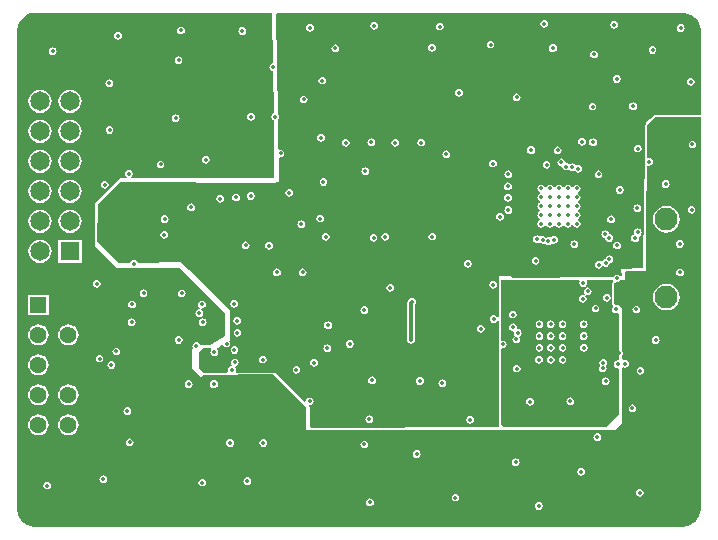
<source format=gbr>
%TF.GenerationSoftware,Altium Limited,Altium Designer,19.1.7 (138)*%
G04 Layer_Physical_Order=3*
G04 Layer_Color=16440176*
%FSLAX45Y45*%
%MOMM*%
%TF.FileFunction,Copper,L3,Inr,Signal*%
%TF.Part,Single*%
G01*
G75*
%TA.AperFunction,Conductor*%
%ADD49C,0.30000*%
%TA.AperFunction,ComponentPad*%
%ADD53C,1.95000*%
%ADD54R,1.42500X1.42500*%
%ADD55C,1.42500*%
%ADD56R,1.65000X1.65000*%
%ADD57C,1.65000*%
%TA.AperFunction,ViaPad*%
%ADD58C,0.35000*%
G36*
X5663917Y4330115D02*
X5690747Y4319002D01*
X5714893Y4302867D01*
X5725159Y4292599D01*
X5736635Y4281125D01*
X5754668Y4254138D01*
X5767089Y4224152D01*
X5773420Y4192318D01*
X5773419Y4176090D01*
X5773419D01*
X5773420Y4176089D01*
Y3472180D01*
X5379720D01*
X5303520Y3411220D01*
X5303053Y3390613D01*
X5301797Y3389263D01*
X5299737Y3383741D01*
X5297444Y3378307D01*
X5295714Y3116210D01*
X5296371Y3114595D01*
X5296036Y3112885D01*
X5296742Y3111836D01*
X5288280Y2738120D01*
X5280660Y2174240D01*
X5097780Y2171700D01*
X5099943Y2108980D01*
X5087375Y2104930D01*
X5083111Y2111311D01*
X5072361Y2118494D01*
X5059680Y2121017D01*
X5046999Y2118494D01*
X5036249Y2111311D01*
X5029066Y2100561D01*
X5028873Y2099593D01*
X4983480Y2100580D01*
X4175760Y2095500D01*
X4165600Y2105660D01*
X4058920D01*
Y1763499D01*
X4046220Y1760516D01*
X4040931Y1768431D01*
X4030181Y1775614D01*
X4017500Y1778137D01*
X4004819Y1775614D01*
X3994069Y1768431D01*
X3986886Y1757681D01*
X3984363Y1745000D01*
X3986886Y1732319D01*
X3994069Y1721569D01*
X4004819Y1714386D01*
X4017500Y1711863D01*
X4030181Y1714386D01*
X4040931Y1721569D01*
X4046220Y1729484D01*
X4058920Y1726501D01*
Y833120D01*
X4057621Y830229D01*
X2472794Y825527D01*
X2463800Y834494D01*
Y990600D01*
X2451135Y1003671D01*
X2457498Y1015354D01*
X2459360Y1014983D01*
X2472041Y1017506D01*
X2482791Y1024689D01*
X2489974Y1035439D01*
X2492497Y1048120D01*
X2489974Y1060801D01*
X2482791Y1071551D01*
X2472041Y1078734D01*
X2459360Y1081257D01*
X2446679Y1078734D01*
X2435929Y1071551D01*
X2428746Y1060801D01*
X2426223Y1048120D01*
X2426346Y1047502D01*
X2414621Y1041353D01*
X2172563Y1291156D01*
X2146771Y1291121D01*
X2146300Y1291316D01*
X2146230Y1291287D01*
X2146160Y1291315D01*
X2119336Y1291083D01*
X1839036Y1290697D01*
X1832049Y1303388D01*
X1833997Y1313180D01*
X1831474Y1325861D01*
X1827427Y1331917D01*
X1831564Y1345006D01*
X1832258Y1345807D01*
X1837681Y1346886D01*
X1848431Y1354069D01*
X1855614Y1364819D01*
X1858136Y1377500D01*
X1855614Y1390181D01*
X1848431Y1400931D01*
X1837681Y1408114D01*
X1825000Y1410636D01*
X1812319Y1408114D01*
X1801569Y1400931D01*
X1794386Y1390181D01*
X1791863Y1377500D01*
X1794386Y1364819D01*
X1798433Y1358763D01*
X1794296Y1345674D01*
X1793602Y1344873D01*
X1788179Y1343794D01*
X1777429Y1336611D01*
X1770246Y1325861D01*
X1767723Y1313180D01*
X1769688Y1303302D01*
X1762754Y1290593D01*
X1564640Y1290320D01*
X1525904Y1329056D01*
Y1464944D01*
X1562100Y1501140D01*
X1626424D01*
X1630277Y1488440D01*
X1628049Y1486951D01*
X1620866Y1476201D01*
X1618343Y1463520D01*
X1620866Y1450839D01*
X1628049Y1440089D01*
X1638799Y1432906D01*
X1651480Y1430383D01*
X1664161Y1432906D01*
X1674911Y1440089D01*
X1682094Y1450839D01*
X1684616Y1463520D01*
X1682094Y1476201D01*
X1674911Y1486951D01*
X1672682Y1488440D01*
X1676535Y1501140D01*
X1686560D01*
X1712378Y1526958D01*
X1725677Y1522296D01*
X1731709Y1513269D01*
X1742459Y1506086D01*
X1755140Y1503563D01*
X1767821Y1506086D01*
X1778571Y1513269D01*
X1785754Y1524019D01*
X1788277Y1536700D01*
X1785754Y1549381D01*
X1779695Y1558448D01*
X1781612Y1565389D01*
X1784942Y1571148D01*
X1785619D01*
X1785636Y1821163D01*
X1668780Y1938020D01*
X1666240D01*
X1516380Y2087880D01*
X1363980Y2227580D01*
X1004034Y2220557D01*
X1003114Y2225181D01*
X995931Y2235931D01*
X985181Y2243114D01*
X972500Y2245637D01*
X959819Y2243114D01*
X949069Y2235931D01*
X941886Y2225181D01*
X940720Y2219321D01*
X843280Y2217420D01*
X657860Y2397760D01*
X665480Y2720340D01*
X853440Y2900680D01*
X2146300Y2893060D01*
X2199640Y2900680D01*
X2196395Y3104043D01*
X2208940Y3113827D01*
X2212980Y3113023D01*
X2225661Y3115546D01*
X2236411Y3122729D01*
X2243594Y3133479D01*
X2246117Y3146160D01*
X2243594Y3158841D01*
X2236411Y3169591D01*
X2225661Y3176774D01*
X2212980Y3179297D01*
X2207912Y3178289D01*
X2195065Y3187388D01*
X2191141Y3433282D01*
X2197874Y3443359D01*
X2200397Y3456040D01*
X2197874Y3468721D01*
X2190691Y3479471D01*
X2190401Y3479665D01*
X2184132Y3872528D01*
X2185157Y3877680D01*
X2183953Y3883731D01*
X2176942Y4323079D01*
X2188467Y4335780D01*
X5620914Y4335779D01*
X5635434Y4335780D01*
X5663917Y4330115D01*
D02*
G37*
G36*
X2143760Y4310380D02*
X2148671Y3910150D01*
X2139339Y3908294D01*
X2128589Y3901111D01*
X2121406Y3890361D01*
X2118883Y3877680D01*
X2121406Y3864999D01*
X2128589Y3854249D01*
X2139339Y3847066D01*
X2149469Y3845051D01*
X2153873Y3486182D01*
X2143829Y3479471D01*
X2136646Y3468721D01*
X2134123Y3456040D01*
X2136646Y3443359D01*
X2143829Y3432609D01*
X2154579Y3425426D01*
X2154618Y3425418D01*
X2160505Y2945669D01*
X2151580Y2936634D01*
X950211D01*
X946359Y2949334D01*
X951171Y2952549D01*
X958354Y2963299D01*
X960877Y2975980D01*
X958354Y2988661D01*
X951171Y2999411D01*
X940421Y3006594D01*
X927740Y3009117D01*
X915059Y3006594D01*
X904309Y2999411D01*
X897126Y2988661D01*
X894603Y2975980D01*
X897126Y2963299D01*
X904309Y2952549D01*
X909121Y2949334D01*
X905269Y2936634D01*
X851294D01*
X640080Y2725420D01*
Y2362200D01*
X825500Y2176780D01*
X1361440D01*
X1635760Y1902460D01*
Y1899920D01*
X1739900Y1795780D01*
Y1600200D01*
X1612090Y1525730D01*
X1531002D01*
X1530614Y1527681D01*
X1523431Y1538431D01*
X1512681Y1545614D01*
X1500000Y1548137D01*
X1487319Y1545614D01*
X1476569Y1538431D01*
X1469386Y1527681D01*
X1466863Y1515000D01*
X1469386Y1502319D01*
X1470491Y1500665D01*
X1460500Y1490674D01*
Y1324500D01*
X1484520Y1300480D01*
X1488440D01*
X1539240Y1249680D01*
X1559560Y1270000D01*
X2146300Y1275080D01*
X2428240Y993140D01*
Y805180D01*
X5046980D01*
X5106670Y864870D01*
Y1328282D01*
X5117126Y1335245D01*
X5119370Y1335657D01*
X5130800Y1333383D01*
X5143481Y1335906D01*
X5154231Y1343089D01*
X5161414Y1353839D01*
X5163937Y1366520D01*
X5161414Y1379201D01*
X5154231Y1389951D01*
X5143481Y1397134D01*
X5130800Y1399657D01*
X5119370Y1397383D01*
X5117126Y1397795D01*
X5106670Y1404758D01*
Y1438098D01*
X5108074Y1440199D01*
X5110597Y1452880D01*
X5108074Y1465561D01*
X5106670Y1467662D01*
Y1831975D01*
X5079365Y1859280D01*
X5052060D01*
X5036820Y1874520D01*
Y2048793D01*
X5040745Y2052060D01*
X5049520Y2056764D01*
X5059680Y2054743D01*
X5072361Y2057266D01*
X5083111Y2064449D01*
X5088584Y2072640D01*
X5128260D01*
Y2146300D01*
X5133340Y2151380D01*
X5308600D01*
Y2608580D01*
X5311422Y3036130D01*
X5324176Y3044252D01*
X5331460Y3042803D01*
X5344141Y3045326D01*
X5354891Y3052509D01*
X5362074Y3063259D01*
X5364597Y3075940D01*
X5362074Y3088621D01*
X5354891Y3099371D01*
X5344141Y3106554D01*
X5331460Y3109077D01*
X5324595Y3107711D01*
X5311950Y3116102D01*
X5313680Y3378200D01*
X5382260Y3451860D01*
X5770880D01*
X5773420Y180340D01*
X5773418Y148476D01*
X5773419Y133102D01*
X5767421Y102944D01*
X5755654Y74536D01*
X5738570Y48969D01*
X5727698Y38099D01*
Y38099D01*
X5727698Y38099D01*
X5727697D01*
X5718718Y29119D01*
X5706043Y16443D01*
X5680935Y-334D01*
X5653035Y-11891D01*
X5623418Y-17781D01*
X5608318Y-17780D01*
X144449D01*
X128220Y-17781D01*
X96387Y-11449D01*
X66401Y971D01*
X39414Y19003D01*
X17067Y41350D01*
X-15Y66916D01*
X-11782Y95324D01*
X-17780Y125482D01*
X-17780Y140856D01*
Y4175653D01*
X-17781Y4191381D01*
X-11644Y4222233D01*
X393Y4251294D01*
X17869Y4277449D01*
X45667Y4305246D01*
X52926Y4312506D01*
X70000Y4323915D01*
X88971Y4331772D01*
X109111Y4335777D01*
X119378Y4335776D01*
X119378Y4335777D01*
X2143760Y4335780D01*
Y4310380D01*
D02*
G37*
G36*
X5024120Y2057330D02*
X5023224Y2055166D01*
X5020652Y2050273D01*
X5020885Y2049521D01*
X5020584Y2048793D01*
Y1927521D01*
X5007884Y1926270D01*
X5005614Y1937681D01*
X4998431Y1948431D01*
X4987681Y1955614D01*
X4975000Y1958137D01*
X4962319Y1955614D01*
X4951569Y1948431D01*
X4944386Y1937681D01*
X4941863Y1925000D01*
X4944386Y1912319D01*
X4951569Y1901569D01*
X4962319Y1894386D01*
X4975000Y1891863D01*
X4987681Y1894386D01*
X4998431Y1901569D01*
X5005614Y1912319D01*
X5007884Y1923730D01*
X5020584Y1922479D01*
Y1874520D01*
X5024120Y1865984D01*
Y1844766D01*
X5019386Y1837681D01*
X5016863Y1825000D01*
X5019386Y1812319D01*
X5026569Y1801569D01*
X5037319Y1794386D01*
X5050000Y1791863D01*
X5062681Y1794386D01*
X5064371Y1795515D01*
X5074920Y1784966D01*
Y1400830D01*
X5067300Y1394577D01*
X5054619Y1392054D01*
X5043869Y1384871D01*
X5036686Y1374121D01*
X5034163Y1361440D01*
X5036686Y1348759D01*
X5043869Y1338009D01*
X5054619Y1330826D01*
X5067300Y1328303D01*
X5074920Y1322050D01*
Y934720D01*
X4968240Y828040D01*
X4107180D01*
X4076700Y855980D01*
Y1487762D01*
X4089400Y1496954D01*
X4094480Y1495943D01*
X4107161Y1498466D01*
X4117911Y1505649D01*
X4125094Y1516399D01*
X4127617Y1529080D01*
X4125094Y1541761D01*
X4117911Y1552511D01*
X4107161Y1559694D01*
X4094480Y1562217D01*
X4089400Y1561206D01*
X4076700Y1570398D01*
Y2072640D01*
X4081780Y2077720D01*
X4739161D01*
X4745949Y2065020D01*
X4744386Y2062681D01*
X4741864Y2050000D01*
X4744386Y2037319D01*
X4751569Y2026569D01*
X4762319Y2019386D01*
X4775000Y2016863D01*
X4787681Y2019386D01*
X4798431Y2026569D01*
X4805614Y2037319D01*
X4808137Y2050000D01*
X4805614Y2062681D01*
X4804051Y2065020D01*
X4810840Y2077720D01*
X5024120D01*
Y2057330D01*
D02*
G37*
%LPC*%
G36*
X4445640Y4276577D02*
X4432959Y4274054D01*
X4422209Y4266871D01*
X4415026Y4256121D01*
X4412503Y4243440D01*
X4415026Y4230759D01*
X4422209Y4220009D01*
X4432959Y4212826D01*
X4445640Y4210303D01*
X4458321Y4212826D01*
X4469071Y4220009D01*
X4476254Y4230759D01*
X4478777Y4243440D01*
X4476254Y4256121D01*
X4469071Y4266871D01*
X4458321Y4274054D01*
X4445640Y4276577D01*
D02*
G37*
G36*
X5037460Y4268957D02*
X5024779Y4266434D01*
X5014029Y4259251D01*
X5006846Y4248501D01*
X5004323Y4235820D01*
X5006846Y4223139D01*
X5014029Y4212389D01*
X5024779Y4205206D01*
X5037460Y4202683D01*
X5050141Y4205206D01*
X5060891Y4212389D01*
X5068074Y4223139D01*
X5070597Y4235820D01*
X5068074Y4248501D01*
X5060891Y4259251D01*
X5050141Y4266434D01*
X5037460Y4268957D01*
D02*
G37*
G36*
X3005460Y4261337D02*
X2992779Y4258814D01*
X2982029Y4251631D01*
X2974846Y4240881D01*
X2972323Y4228200D01*
X2974846Y4215519D01*
X2982029Y4204769D01*
X2992779Y4197586D01*
X3005460Y4195063D01*
X3018141Y4197586D01*
X3028891Y4204769D01*
X3036074Y4215519D01*
X3038597Y4228200D01*
X3036074Y4240881D01*
X3028891Y4251631D01*
X3018141Y4258814D01*
X3005460Y4261337D01*
D02*
G37*
G36*
X3561720Y4253717D02*
X3549039Y4251194D01*
X3538289Y4244011D01*
X3531106Y4233261D01*
X3528583Y4220580D01*
X3531106Y4207899D01*
X3538289Y4197149D01*
X3549039Y4189966D01*
X3561720Y4187443D01*
X3574401Y4189966D01*
X3585151Y4197149D01*
X3592334Y4207899D01*
X3594857Y4220580D01*
X3592334Y4233261D01*
X3585151Y4244011D01*
X3574401Y4251194D01*
X3561720Y4253717D01*
D02*
G37*
G36*
X2461900Y4243557D02*
X2449219Y4241034D01*
X2438469Y4233851D01*
X2431286Y4223101D01*
X2428763Y4210420D01*
X2431286Y4197739D01*
X2438469Y4186989D01*
X2449219Y4179806D01*
X2461900Y4177283D01*
X2474581Y4179806D01*
X2485331Y4186989D01*
X2492514Y4197739D01*
X2495037Y4210420D01*
X2492514Y4223101D01*
X2485331Y4233851D01*
X2474581Y4241034D01*
X2461900Y4243557D01*
D02*
G37*
G36*
X5601340Y4241017D02*
X5588659Y4238494D01*
X5577909Y4231311D01*
X5570726Y4220561D01*
X5568203Y4207880D01*
X5570726Y4195199D01*
X5577909Y4184449D01*
X5588659Y4177266D01*
X5601340Y4174743D01*
X5614021Y4177266D01*
X5624771Y4184449D01*
X5631954Y4195199D01*
X5634477Y4207880D01*
X5631954Y4220561D01*
X5624771Y4231311D01*
X5614021Y4238494D01*
X5601340Y4241017D01*
D02*
G37*
G36*
X3990980Y4101317D02*
X3978299Y4098794D01*
X3967549Y4091611D01*
X3960366Y4080861D01*
X3957843Y4068180D01*
X3960366Y4055499D01*
X3967549Y4044749D01*
X3978299Y4037566D01*
X3990980Y4035043D01*
X4003661Y4037566D01*
X4014411Y4044749D01*
X4021594Y4055499D01*
X4024117Y4068180D01*
X4021594Y4080861D01*
X4014411Y4091611D01*
X4003661Y4098794D01*
X3990980Y4101317D01*
D02*
G37*
G36*
X3495040Y4074277D02*
X3482359Y4071754D01*
X3471609Y4064571D01*
X3464426Y4053821D01*
X3461903Y4041140D01*
X3464426Y4028459D01*
X3471609Y4017709D01*
X3482359Y4010526D01*
X3495040Y4008003D01*
X3507721Y4010526D01*
X3518471Y4017709D01*
X3525654Y4028459D01*
X3528177Y4041140D01*
X3525654Y4053821D01*
X3518471Y4064571D01*
X3507721Y4071754D01*
X3495040Y4074277D01*
D02*
G37*
G36*
X4518660Y4071737D02*
X4505979Y4069214D01*
X4495229Y4062031D01*
X4488046Y4051281D01*
X4485523Y4038600D01*
X4488046Y4025919D01*
X4495229Y4015169D01*
X4505979Y4007986D01*
X4518660Y4005463D01*
X4531341Y4007986D01*
X4542091Y4015169D01*
X4549274Y4025919D01*
X4551797Y4038600D01*
X4549274Y4051281D01*
X4542091Y4062031D01*
X4531341Y4069214D01*
X4518660Y4071737D01*
D02*
G37*
G36*
X2677160Y4069197D02*
X2664479Y4066674D01*
X2653729Y4059491D01*
X2646546Y4048741D01*
X2644023Y4036060D01*
X2646546Y4023379D01*
X2653729Y4012629D01*
X2664479Y4005446D01*
X2677160Y4002923D01*
X2689841Y4005446D01*
X2700591Y4012629D01*
X2707774Y4023379D01*
X2710297Y4036060D01*
X2707774Y4048741D01*
X2700591Y4059491D01*
X2689841Y4066674D01*
X2677160Y4069197D01*
D02*
G37*
G36*
X5362580Y4055597D02*
X5349899Y4053074D01*
X5339149Y4045891D01*
X5331966Y4035141D01*
X5329443Y4022460D01*
X5331966Y4009779D01*
X5339149Y3999029D01*
X5349899Y3991846D01*
X5362580Y3989323D01*
X5375261Y3991846D01*
X5386011Y3999029D01*
X5393194Y4009779D01*
X5395717Y4022460D01*
X5393194Y4035141D01*
X5386011Y4045891D01*
X5375261Y4053074D01*
X5362580Y4055597D01*
D02*
G37*
G36*
X4867280Y4017497D02*
X4854599Y4014974D01*
X4843849Y4007791D01*
X4836666Y3997041D01*
X4834143Y3984360D01*
X4836666Y3971679D01*
X4843849Y3960929D01*
X4854599Y3953746D01*
X4867280Y3951223D01*
X4879961Y3953746D01*
X4890711Y3960929D01*
X4897894Y3971679D01*
X4900417Y3984360D01*
X4897894Y3997041D01*
X4890711Y4007791D01*
X4879961Y4014974D01*
X4867280Y4017497D01*
D02*
G37*
G36*
X5059680Y3810117D02*
X5046999Y3807594D01*
X5036249Y3800411D01*
X5029066Y3789661D01*
X5026543Y3776980D01*
X5029066Y3764299D01*
X5036249Y3753549D01*
X5046999Y3746366D01*
X5059680Y3743843D01*
X5072361Y3746366D01*
X5083111Y3753549D01*
X5090294Y3764299D01*
X5092817Y3776980D01*
X5090294Y3789661D01*
X5083111Y3800411D01*
X5072361Y3807594D01*
X5059680Y3810117D01*
D02*
G37*
G36*
X2566040Y3796517D02*
X2553359Y3793994D01*
X2542609Y3786811D01*
X2535426Y3776061D01*
X2532903Y3763380D01*
X2535426Y3750699D01*
X2542609Y3739949D01*
X2553359Y3732766D01*
X2566040Y3730243D01*
X2578721Y3732766D01*
X2589471Y3739949D01*
X2596654Y3750699D01*
X2599177Y3763380D01*
X2596654Y3776061D01*
X2589471Y3786811D01*
X2578721Y3793994D01*
X2566040Y3796517D01*
D02*
G37*
G36*
X5685160Y3786357D02*
X5672479Y3783834D01*
X5661729Y3776651D01*
X5654546Y3765901D01*
X5652023Y3753220D01*
X5654546Y3740539D01*
X5661729Y3729789D01*
X5672479Y3722606D01*
X5685160Y3720083D01*
X5697841Y3722606D01*
X5708591Y3729789D01*
X5715774Y3740539D01*
X5718297Y3753220D01*
X5715774Y3765901D01*
X5708591Y3776651D01*
X5697841Y3783834D01*
X5685160Y3786357D01*
D02*
G37*
G36*
X3724280Y3692377D02*
X3711599Y3689854D01*
X3700849Y3682671D01*
X3693666Y3671921D01*
X3691143Y3659240D01*
X3693666Y3646559D01*
X3700849Y3635809D01*
X3711599Y3628626D01*
X3724280Y3626103D01*
X3736961Y3628626D01*
X3747711Y3635809D01*
X3754894Y3646559D01*
X3757417Y3659240D01*
X3754894Y3671921D01*
X3747711Y3682671D01*
X3736961Y3689854D01*
X3724280Y3692377D01*
D02*
G37*
G36*
X4211960Y3654277D02*
X4199279Y3651754D01*
X4188529Y3644571D01*
X4181346Y3633821D01*
X4178823Y3621140D01*
X4181346Y3608459D01*
X4188529Y3597709D01*
X4199279Y3590526D01*
X4211960Y3588003D01*
X4224641Y3590526D01*
X4235391Y3597709D01*
X4242574Y3608459D01*
X4245097Y3621140D01*
X4242574Y3633821D01*
X4235391Y3644571D01*
X4224641Y3651754D01*
X4211960Y3654277D01*
D02*
G37*
G36*
X2408560Y3636497D02*
X2395879Y3633974D01*
X2385129Y3626791D01*
X2377946Y3616041D01*
X2375423Y3603360D01*
X2377946Y3590679D01*
X2385129Y3579929D01*
X2395879Y3572746D01*
X2408560Y3570223D01*
X2421241Y3572746D01*
X2431991Y3579929D01*
X2439174Y3590679D01*
X2441697Y3603360D01*
X2439174Y3616041D01*
X2431991Y3626791D01*
X2421241Y3633974D01*
X2408560Y3636497D01*
D02*
G37*
G36*
X5196840Y3578977D02*
X5184159Y3576454D01*
X5173409Y3569271D01*
X5166226Y3558521D01*
X5163703Y3545840D01*
X5166226Y3533159D01*
X5173409Y3522409D01*
X5184159Y3515226D01*
X5196840Y3512703D01*
X5209521Y3515226D01*
X5220271Y3522409D01*
X5227454Y3533159D01*
X5229977Y3545840D01*
X5227454Y3558521D01*
X5220271Y3569271D01*
X5209521Y3576454D01*
X5196840Y3578977D01*
D02*
G37*
G36*
X4853940Y3576437D02*
X4841259Y3573914D01*
X4830509Y3566731D01*
X4823326Y3555981D01*
X4820803Y3543300D01*
X4823326Y3530619D01*
X4830509Y3519869D01*
X4841259Y3512686D01*
X4853940Y3510163D01*
X4866621Y3512686D01*
X4877371Y3519869D01*
X4884554Y3530619D01*
X4887077Y3543300D01*
X4884554Y3555981D01*
X4877371Y3566731D01*
X4866621Y3573914D01*
X4853940Y3576437D01*
D02*
G37*
G36*
X2555880Y3311377D02*
X2543199Y3308854D01*
X2532449Y3301671D01*
X2525266Y3290921D01*
X2522743Y3278240D01*
X2525266Y3265559D01*
X2532449Y3254809D01*
X2543199Y3247626D01*
X2555880Y3245103D01*
X2568561Y3247626D01*
X2579311Y3254809D01*
X2586494Y3265559D01*
X2589017Y3278240D01*
X2586494Y3290921D01*
X2579311Y3301671D01*
X2568561Y3308854D01*
X2555880Y3311377D01*
D02*
G37*
G36*
X4765040Y3279257D02*
X4752359Y3276734D01*
X4741609Y3269551D01*
X4734426Y3258801D01*
X4731903Y3246120D01*
X4734426Y3233439D01*
X4741609Y3222689D01*
X4752359Y3215506D01*
X4765040Y3212983D01*
X4777721Y3215506D01*
X4788471Y3222689D01*
X4795654Y3233439D01*
X4798177Y3246120D01*
X4795654Y3258801D01*
X4788471Y3269551D01*
X4777721Y3276734D01*
X4765040Y3279257D01*
D02*
G37*
G36*
X4859020Y3274177D02*
X4846339Y3271654D01*
X4835589Y3264471D01*
X4828406Y3253721D01*
X4825883Y3241040D01*
X4828406Y3228359D01*
X4835589Y3217609D01*
X4846339Y3210426D01*
X4859020Y3207903D01*
X4871701Y3210426D01*
X4882451Y3217609D01*
X4889634Y3228359D01*
X4892157Y3241040D01*
X4889634Y3253721D01*
X4882451Y3264471D01*
X4871701Y3271654D01*
X4859020Y3274177D01*
D02*
G37*
G36*
X2981960D02*
X2969279Y3271654D01*
X2958529Y3264471D01*
X2951346Y3253721D01*
X2948823Y3241040D01*
X2951346Y3228359D01*
X2958529Y3217609D01*
X2969279Y3210426D01*
X2981960Y3207903D01*
X2994641Y3210426D01*
X3005391Y3217609D01*
X3012574Y3228359D01*
X3015097Y3241040D01*
X3012574Y3253721D01*
X3005391Y3264471D01*
X2994641Y3271654D01*
X2981960Y3274177D01*
D02*
G37*
G36*
X3403600Y3271637D02*
X3390919Y3269114D01*
X3380169Y3261931D01*
X3372986Y3251181D01*
X3370463Y3238500D01*
X3372986Y3225819D01*
X3380169Y3215069D01*
X3390919Y3207886D01*
X3403600Y3205363D01*
X3416281Y3207886D01*
X3427031Y3215069D01*
X3434214Y3225819D01*
X3436737Y3238500D01*
X3434214Y3251181D01*
X3427031Y3261931D01*
X3416281Y3269114D01*
X3403600Y3271637D01*
D02*
G37*
G36*
X3185160Y3269097D02*
X3172479Y3266574D01*
X3161729Y3259391D01*
X3154546Y3248641D01*
X3152023Y3235960D01*
X3154546Y3223279D01*
X3161729Y3212529D01*
X3172479Y3205346D01*
X3185160Y3202823D01*
X3197841Y3205346D01*
X3208591Y3212529D01*
X3215774Y3223279D01*
X3218297Y3235960D01*
X3215774Y3248641D01*
X3208591Y3259391D01*
X3197841Y3266574D01*
X3185160Y3269097D01*
D02*
G37*
G36*
X2763520D02*
X2750839Y3266574D01*
X2740089Y3259391D01*
X2732906Y3248641D01*
X2730383Y3235960D01*
X2732906Y3223279D01*
X2740089Y3212529D01*
X2750839Y3205346D01*
X2763520Y3202823D01*
X2776201Y3205346D01*
X2786951Y3212529D01*
X2794134Y3223279D01*
X2796657Y3235960D01*
X2794134Y3248641D01*
X2786951Y3259391D01*
X2776201Y3266574D01*
X2763520Y3269097D01*
D02*
G37*
G36*
X5237480Y3220837D02*
X5224799Y3218314D01*
X5214049Y3211131D01*
X5206866Y3200381D01*
X5204343Y3187700D01*
X5206866Y3175019D01*
X5214049Y3164269D01*
X5224799Y3157086D01*
X5237480Y3154563D01*
X5250161Y3157086D01*
X5260911Y3164269D01*
X5268094Y3175019D01*
X5270617Y3187700D01*
X5268094Y3200381D01*
X5260911Y3211131D01*
X5250161Y3218314D01*
X5237480Y3220837D01*
D02*
G37*
G36*
X4333240Y3208137D02*
X4320559Y3205614D01*
X4309809Y3198431D01*
X4302626Y3187681D01*
X4300103Y3175000D01*
X4302626Y3162319D01*
X4309809Y3151569D01*
X4320559Y3144386D01*
X4333240Y3141863D01*
X4345921Y3144386D01*
X4356671Y3151569D01*
X4363854Y3162319D01*
X4366377Y3175000D01*
X4363854Y3187681D01*
X4356671Y3198431D01*
X4345921Y3205614D01*
X4333240Y3208137D01*
D02*
G37*
G36*
X4559300Y3205597D02*
X4546619Y3203074D01*
X4535869Y3195891D01*
X4528686Y3185141D01*
X4526163Y3172460D01*
X4528686Y3159779D01*
X4535869Y3149029D01*
X4546619Y3141846D01*
X4559300Y3139323D01*
X4571981Y3141846D01*
X4582731Y3149029D01*
X4589914Y3159779D01*
X4592437Y3172460D01*
X4589914Y3185141D01*
X4582731Y3195891D01*
X4571981Y3203074D01*
X4559300Y3205597D01*
D02*
G37*
G36*
X3615060Y3171677D02*
X3602379Y3169154D01*
X3591629Y3161971D01*
X3584446Y3151221D01*
X3581923Y3138540D01*
X3584446Y3125859D01*
X3591629Y3115109D01*
X3602379Y3107926D01*
X3615060Y3105403D01*
X3627741Y3107926D01*
X3638491Y3115109D01*
X3645674Y3125859D01*
X3648197Y3138540D01*
X3645674Y3151221D01*
X3638491Y3161971D01*
X3627741Y3169154D01*
X3615060Y3171677D01*
D02*
G37*
G36*
X4010660Y3093837D02*
X3997979Y3091314D01*
X3987229Y3084131D01*
X3980046Y3073381D01*
X3977523Y3060700D01*
X3980046Y3048019D01*
X3987229Y3037269D01*
X3997979Y3030086D01*
X4010660Y3027563D01*
X4023341Y3030086D01*
X4034091Y3037269D01*
X4041274Y3048019D01*
X4043797Y3060700D01*
X4041274Y3073381D01*
X4034091Y3084131D01*
X4023341Y3091314D01*
X4010660Y3093837D01*
D02*
G37*
G36*
X4464430Y3084567D02*
X4451749Y3082044D01*
X4440999Y3074861D01*
X4433816Y3064111D01*
X4431293Y3051430D01*
X4433816Y3038750D01*
X4440999Y3027999D01*
X4451749Y3020816D01*
X4464430Y3018294D01*
X4477111Y3020816D01*
X4487861Y3027999D01*
X4495044Y3038750D01*
X4497567Y3051430D01*
X4495044Y3064111D01*
X4487861Y3074861D01*
X4477111Y3082044D01*
X4464430Y3084567D01*
D02*
G37*
G36*
X4589780Y3103997D02*
X4577099Y3101474D01*
X4566349Y3094291D01*
X4559166Y3083541D01*
X4556643Y3070860D01*
X4559166Y3058179D01*
X4566349Y3047429D01*
X4577099Y3040246D01*
X4587449Y3038187D01*
X4599823Y3035300D01*
X4602346Y3022619D01*
X4609529Y3011869D01*
X4620279Y3004686D01*
X4632960Y3002163D01*
X4645641Y3004686D01*
X4655011Y3010947D01*
X4657789Y3006789D01*
X4668539Y2999606D01*
X4681220Y2997083D01*
X4693901Y2999606D01*
X4702580Y3005405D01*
X4703946Y3004839D01*
X4711129Y2994089D01*
X4721879Y2986906D01*
X4734560Y2984383D01*
X4747241Y2986906D01*
X4757991Y2994089D01*
X4765174Y3004839D01*
X4767697Y3017520D01*
X4765174Y3030201D01*
X4757991Y3040951D01*
X4747241Y3048134D01*
X4734560Y3050657D01*
X4721879Y3048134D01*
X4713200Y3042335D01*
X4711834Y3042901D01*
X4704651Y3053651D01*
X4693901Y3060834D01*
X4681220Y3063357D01*
X4668539Y3060834D01*
X4659169Y3054573D01*
X4656391Y3058731D01*
X4645641Y3065914D01*
X4635291Y3067973D01*
X4632842Y3068544D01*
X4621285Y3079063D01*
X4620394Y3083541D01*
X4613211Y3094291D01*
X4602461Y3101474D01*
X4589780Y3103997D01*
D02*
G37*
G36*
X2929260Y3029437D02*
X2916579Y3026914D01*
X2905829Y3019731D01*
X2898646Y3008981D01*
X2896123Y2996300D01*
X2898646Y2983619D01*
X2905829Y2972869D01*
X2916579Y2965686D01*
X2929260Y2963163D01*
X2941941Y2965686D01*
X2952691Y2972869D01*
X2959874Y2983619D01*
X2962397Y2996300D01*
X2959874Y3008981D01*
X2952691Y3019731D01*
X2941941Y3026914D01*
X2929260Y3029437D01*
D02*
G37*
G36*
X4904740Y3002397D02*
X4892059Y2999874D01*
X4881309Y2992691D01*
X4874126Y2981941D01*
X4871603Y2969260D01*
X4874126Y2956579D01*
X4881309Y2945829D01*
X4892059Y2938646D01*
X4904740Y2936123D01*
X4917421Y2938646D01*
X4928171Y2945829D01*
X4935354Y2956579D01*
X4937877Y2969260D01*
X4935354Y2981941D01*
X4928171Y2992691D01*
X4917421Y2999874D01*
X4904740Y3002397D01*
D02*
G37*
G36*
X4140200D02*
X4127519Y2999874D01*
X4116769Y2992691D01*
X4109586Y2981941D01*
X4107063Y2969260D01*
X4109586Y2956579D01*
X4116769Y2945829D01*
X4127519Y2938646D01*
X4140200Y2936123D01*
X4152881Y2938646D01*
X4163631Y2945829D01*
X4170814Y2956579D01*
X4173337Y2969260D01*
X4170814Y2981941D01*
X4163631Y2992691D01*
X4152881Y2999874D01*
X4140200Y3002397D01*
D02*
G37*
G36*
X2576200Y2937997D02*
X2563519Y2935474D01*
X2552769Y2928291D01*
X2545586Y2917541D01*
X2543063Y2904860D01*
X2545586Y2892179D01*
X2552769Y2881429D01*
X2563519Y2874246D01*
X2576200Y2871723D01*
X2588881Y2874246D01*
X2599631Y2881429D01*
X2606814Y2892179D01*
X2609337Y2904860D01*
X2606814Y2917541D01*
X2599631Y2928291D01*
X2588881Y2935474D01*
X2576200Y2937997D01*
D02*
G37*
G36*
X4719920Y2883136D02*
X4707239Y2880614D01*
X4696489Y2873431D01*
X4689306Y2862681D01*
X4688894Y2860613D01*
X4675946D01*
X4675534Y2862681D01*
X4668351Y2873431D01*
X4657601Y2880614D01*
X4644920Y2883136D01*
X4632239Y2880614D01*
X4621489Y2873431D01*
X4614306Y2862681D01*
X4613895Y2860612D01*
X4600946D01*
X4600534Y2862681D01*
X4593351Y2873431D01*
X4582601Y2880614D01*
X4569920Y2883136D01*
X4557239Y2880614D01*
X4546489Y2873431D01*
X4539306Y2862681D01*
X4538894Y2860612D01*
X4525945D01*
X4525534Y2862681D01*
X4518351Y2873431D01*
X4507601Y2880614D01*
X4494920Y2883136D01*
X4482239Y2880614D01*
X4471489Y2873431D01*
X4464306Y2862681D01*
X4463894Y2860613D01*
X4450946D01*
X4450534Y2862681D01*
X4443351Y2873431D01*
X4432601Y2880614D01*
X4419920Y2883136D01*
X4407239Y2880614D01*
X4396489Y2873431D01*
X4389306Y2862681D01*
X4386783Y2850000D01*
X4389306Y2837319D01*
X4396489Y2826569D01*
X4407239Y2819386D01*
X4409307Y2818974D01*
Y2806026D01*
X4407239Y2805614D01*
X4396489Y2798431D01*
X4389306Y2787681D01*
X4386783Y2775000D01*
X4389306Y2762319D01*
X4396489Y2751569D01*
X4407239Y2744386D01*
X4409308Y2743974D01*
Y2731026D01*
X4407239Y2730614D01*
X4396489Y2723431D01*
X4389306Y2712681D01*
X4386783Y2700000D01*
X4389306Y2687319D01*
X4396489Y2676569D01*
X4407239Y2669386D01*
X4409307Y2668974D01*
Y2656026D01*
X4407239Y2655614D01*
X4396489Y2648431D01*
X4389306Y2637681D01*
X4386783Y2625000D01*
X4389306Y2612319D01*
X4396489Y2601569D01*
X4407239Y2594386D01*
X4409308Y2593974D01*
Y2581026D01*
X4407239Y2580614D01*
X4396489Y2573431D01*
X4389306Y2562681D01*
X4386783Y2550000D01*
X4389306Y2537319D01*
X4396489Y2526569D01*
X4407239Y2519386D01*
X4419920Y2516863D01*
X4432601Y2519386D01*
X4443351Y2526569D01*
X4450534Y2537319D01*
X4450946Y2539387D01*
X4463894D01*
X4464306Y2537319D01*
X4471489Y2526569D01*
X4482239Y2519386D01*
X4494920Y2516863D01*
X4507601Y2519386D01*
X4518351Y2526569D01*
X4525534Y2537319D01*
X4525945Y2539388D01*
X4538894D01*
X4539306Y2537319D01*
X4546489Y2526569D01*
X4557239Y2519386D01*
X4569920Y2516863D01*
X4582601Y2519386D01*
X4593351Y2526569D01*
X4600534Y2537319D01*
X4600946Y2539388D01*
X4613895D01*
X4614306Y2537319D01*
X4621489Y2526569D01*
X4632239Y2519386D01*
X4644920Y2516863D01*
X4657601Y2519386D01*
X4668351Y2526569D01*
X4675534Y2537319D01*
X4675946Y2539387D01*
X4688894D01*
X4689306Y2537319D01*
X4696489Y2526569D01*
X4707239Y2519386D01*
X4719920Y2516863D01*
X4732601Y2519386D01*
X4743351Y2526569D01*
X4750534Y2537319D01*
X4753057Y2550000D01*
X4750534Y2562681D01*
X4743351Y2573431D01*
X4732601Y2580614D01*
X4730532Y2581026D01*
Y2593974D01*
X4732601Y2594386D01*
X4743351Y2601569D01*
X4750534Y2612319D01*
X4753057Y2625000D01*
X4750534Y2637681D01*
X4743351Y2648431D01*
X4732601Y2655614D01*
X4730533Y2656026D01*
Y2668974D01*
X4732601Y2669386D01*
X4743351Y2676569D01*
X4750534Y2687319D01*
X4753057Y2700000D01*
X4750534Y2712681D01*
X4743351Y2723431D01*
X4732601Y2730614D01*
X4730532Y2731026D01*
Y2743974D01*
X4732601Y2744386D01*
X4743351Y2751569D01*
X4750534Y2762319D01*
X4753057Y2775000D01*
X4750534Y2787681D01*
X4743351Y2798431D01*
X4732601Y2805614D01*
X4730533Y2806026D01*
Y2818974D01*
X4732601Y2819386D01*
X4743351Y2826569D01*
X4750534Y2837319D01*
X4753057Y2850000D01*
X4750534Y2862681D01*
X4743351Y2873431D01*
X4732601Y2880614D01*
X4719920Y2883136D01*
D02*
G37*
G36*
X4137660Y2900797D02*
X4124979Y2898274D01*
X4114229Y2891091D01*
X4107046Y2880341D01*
X4104523Y2867660D01*
X4107046Y2854979D01*
X4114229Y2844229D01*
X4124979Y2837046D01*
X4137660Y2834523D01*
X4150341Y2837046D01*
X4161091Y2844229D01*
X4168274Y2854979D01*
X4170797Y2867660D01*
X4168274Y2880341D01*
X4161091Y2891091D01*
X4150341Y2898274D01*
X4137660Y2900797D01*
D02*
G37*
G36*
X5085080Y2870317D02*
X5072399Y2867794D01*
X5061649Y2860611D01*
X5054466Y2849861D01*
X5051943Y2837180D01*
X5054466Y2824499D01*
X5061649Y2813749D01*
X5072399Y2806566D01*
X5085080Y2804043D01*
X5097761Y2806566D01*
X5108511Y2813749D01*
X5115694Y2824499D01*
X5118217Y2837180D01*
X5115694Y2849861D01*
X5108511Y2860611D01*
X5097761Y2867794D01*
X5085080Y2870317D01*
D02*
G37*
G36*
X2286640Y2846557D02*
X2273959Y2844034D01*
X2263209Y2836851D01*
X2256026Y2826101D01*
X2253503Y2813420D01*
X2256026Y2800739D01*
X2263209Y2789989D01*
X2273959Y2782806D01*
X2286640Y2780283D01*
X2299321Y2782806D01*
X2310071Y2789989D01*
X2317254Y2800739D01*
X2319777Y2813420D01*
X2317254Y2826101D01*
X2310071Y2836851D01*
X2299321Y2844034D01*
X2286640Y2846557D01*
D02*
G37*
G36*
X1960880Y2819517D02*
X1948199Y2816994D01*
X1937449Y2809811D01*
X1930266Y2799061D01*
X1927743Y2786380D01*
X1930266Y2773699D01*
X1937449Y2762949D01*
X1948199Y2755766D01*
X1960880Y2753243D01*
X1973561Y2755766D01*
X1984311Y2762949D01*
X1991494Y2773699D01*
X1994017Y2786380D01*
X1991494Y2799061D01*
X1984311Y2809811D01*
X1973561Y2816994D01*
X1960880Y2819517D01*
D02*
G37*
G36*
X1836420Y2806817D02*
X1823739Y2804294D01*
X1812989Y2797111D01*
X1805806Y2786361D01*
X1803283Y2773680D01*
X1805806Y2760999D01*
X1812989Y2750249D01*
X1823739Y2743066D01*
X1836420Y2740543D01*
X1849101Y2743066D01*
X1859851Y2750249D01*
X1867034Y2760999D01*
X1869557Y2773680D01*
X1867034Y2786361D01*
X1859851Y2797111D01*
X1849101Y2804294D01*
X1836420Y2806817D01*
D02*
G37*
G36*
X4137660Y2804277D02*
X4124979Y2801754D01*
X4114229Y2794571D01*
X4107046Y2783821D01*
X4104523Y2771140D01*
X4107046Y2758459D01*
X4114229Y2747709D01*
X4124979Y2740526D01*
X4137660Y2738003D01*
X4150341Y2740526D01*
X4161091Y2747709D01*
X4168274Y2758459D01*
X4170797Y2771140D01*
X4168274Y2783821D01*
X4161091Y2794571D01*
X4150341Y2801754D01*
X4137660Y2804277D01*
D02*
G37*
G36*
X1701800Y2796657D02*
X1689119Y2794134D01*
X1678369Y2786951D01*
X1671186Y2776201D01*
X1668663Y2763520D01*
X1671186Y2750839D01*
X1678369Y2740089D01*
X1689119Y2732906D01*
X1701800Y2730383D01*
X1714481Y2732906D01*
X1725231Y2740089D01*
X1732414Y2750839D01*
X1734937Y2763520D01*
X1732414Y2776201D01*
X1725231Y2786951D01*
X1714481Y2794134D01*
X1701800Y2796657D01*
D02*
G37*
G36*
X1455420Y2722997D02*
X1442739Y2720474D01*
X1431989Y2713291D01*
X1424806Y2702541D01*
X1422283Y2689860D01*
X1424806Y2677179D01*
X1431989Y2666429D01*
X1442739Y2659246D01*
X1455420Y2656723D01*
X1468101Y2659246D01*
X1478851Y2666429D01*
X1486034Y2677179D01*
X1488557Y2689860D01*
X1486034Y2702541D01*
X1478851Y2713291D01*
X1468101Y2720474D01*
X1455420Y2722997D01*
D02*
G37*
G36*
X5232400Y2715377D02*
X5219719Y2712854D01*
X5208969Y2705671D01*
X5201786Y2694921D01*
X5199263Y2682240D01*
X5201786Y2669559D01*
X5208969Y2658809D01*
X5219719Y2651626D01*
X5232400Y2649103D01*
X5245081Y2651626D01*
X5255831Y2658809D01*
X5263014Y2669559D01*
X5265537Y2682240D01*
X5263014Y2694921D01*
X5255831Y2705671D01*
X5245081Y2712854D01*
X5232400Y2715377D01*
D02*
G37*
G36*
X4140200Y2700137D02*
X4127519Y2697614D01*
X4116769Y2690431D01*
X4109586Y2679681D01*
X4107063Y2667000D01*
X4109586Y2654319D01*
X4116769Y2643569D01*
X4127519Y2636386D01*
X4140200Y2633863D01*
X4152881Y2636386D01*
X4163631Y2643569D01*
X4170814Y2654319D01*
X4173337Y2667000D01*
X4170814Y2679681D01*
X4163631Y2690431D01*
X4152881Y2697614D01*
X4140200Y2700137D01*
D02*
G37*
G36*
X4071620Y2644257D02*
X4058939Y2641734D01*
X4048189Y2634551D01*
X4041006Y2623801D01*
X4038483Y2611120D01*
X4041006Y2598439D01*
X4048189Y2587689D01*
X4058939Y2580506D01*
X4071620Y2577983D01*
X4084301Y2580506D01*
X4095051Y2587689D01*
X4102234Y2598439D01*
X4104757Y2611120D01*
X4102234Y2623801D01*
X4095051Y2634551D01*
X4084301Y2641734D01*
X4071620Y2644257D01*
D02*
G37*
G36*
X2548260Y2628117D02*
X2535579Y2625594D01*
X2524829Y2618411D01*
X2517646Y2607661D01*
X2515123Y2594980D01*
X2517646Y2582299D01*
X2524829Y2571549D01*
X2535579Y2564366D01*
X2548260Y2561843D01*
X2560941Y2564366D01*
X2571691Y2571549D01*
X2578874Y2582299D01*
X2581397Y2594980D01*
X2578874Y2607661D01*
X2571691Y2618411D01*
X2560941Y2625594D01*
X2548260Y2628117D01*
D02*
G37*
G36*
X1231900Y2623937D02*
X1219219Y2621414D01*
X1208469Y2614231D01*
X1201286Y2603481D01*
X1198763Y2590800D01*
X1201286Y2578119D01*
X1208469Y2567369D01*
X1219219Y2560186D01*
X1231900Y2557663D01*
X1244581Y2560186D01*
X1255331Y2567369D01*
X1262514Y2578119D01*
X1265037Y2590800D01*
X1262514Y2603481D01*
X1255331Y2614231D01*
X1244581Y2621414D01*
X1231900Y2623937D01*
D02*
G37*
G36*
X5011420Y2621397D02*
X4998739Y2618874D01*
X4987989Y2611691D01*
X4980806Y2600941D01*
X4978283Y2588260D01*
X4980806Y2575579D01*
X4987989Y2564829D01*
X4998739Y2557646D01*
X5011420Y2555123D01*
X5024101Y2557646D01*
X5034851Y2564829D01*
X5042034Y2575579D01*
X5044557Y2588260D01*
X5042034Y2600941D01*
X5034851Y2611691D01*
X5024101Y2618874D01*
X5011420Y2621397D01*
D02*
G37*
G36*
X2387600Y2580757D02*
X2374919Y2578234D01*
X2364169Y2571051D01*
X2356986Y2560301D01*
X2354463Y2547620D01*
X2356986Y2534939D01*
X2364169Y2524189D01*
X2374919Y2517006D01*
X2387600Y2514483D01*
X2400281Y2517006D01*
X2411031Y2524189D01*
X2418214Y2534939D01*
X2420737Y2547620D01*
X2418214Y2560301D01*
X2411031Y2571051D01*
X2400281Y2578234D01*
X2387600Y2580757D01*
D02*
G37*
G36*
X1229360Y2491857D02*
X1216679Y2489334D01*
X1205929Y2482151D01*
X1198746Y2471401D01*
X1196223Y2458720D01*
X1198746Y2446039D01*
X1205929Y2435289D01*
X1216679Y2428106D01*
X1229360Y2425583D01*
X1242041Y2428106D01*
X1252791Y2435289D01*
X1259974Y2446039D01*
X1262497Y2458720D01*
X1259974Y2471401D01*
X1252791Y2482151D01*
X1242041Y2489334D01*
X1229360Y2491857D01*
D02*
G37*
G36*
X3498220Y2475717D02*
X3485539Y2473194D01*
X3474789Y2466011D01*
X3467606Y2455261D01*
X3465083Y2442580D01*
X3467606Y2429899D01*
X3474789Y2419149D01*
X3485539Y2411966D01*
X3498220Y2409443D01*
X3510901Y2411966D01*
X3521651Y2419149D01*
X3528834Y2429899D01*
X3531357Y2442580D01*
X3528834Y2455261D01*
X3521651Y2466011D01*
X3510901Y2473194D01*
X3498220Y2475717D01*
D02*
G37*
G36*
X3100000Y2473137D02*
X3087319Y2470614D01*
X3076569Y2463431D01*
X3069386Y2452681D01*
X3066863Y2440000D01*
X3069386Y2427319D01*
X3076569Y2416569D01*
X3087319Y2409386D01*
X3100000Y2406863D01*
X3112681Y2409386D01*
X3123431Y2416569D01*
X3130614Y2427319D01*
X3133136Y2440000D01*
X3130614Y2452681D01*
X3123431Y2463431D01*
X3112681Y2470614D01*
X3100000Y2473137D01*
D02*
G37*
G36*
X2595000D02*
X2582319Y2470614D01*
X2571569Y2463431D01*
X2564386Y2452681D01*
X2561863Y2440000D01*
X2564386Y2427319D01*
X2571569Y2416569D01*
X2582319Y2409386D01*
X2595000Y2406863D01*
X2607681Y2409386D01*
X2618431Y2416569D01*
X2625614Y2427319D01*
X2628136Y2440000D01*
X2625614Y2452681D01*
X2618431Y2463431D01*
X2607681Y2470614D01*
X2595000Y2473137D01*
D02*
G37*
G36*
X3000000Y2465637D02*
X2987319Y2463114D01*
X2976569Y2455931D01*
X2969386Y2445181D01*
X2966864Y2432500D01*
X2969386Y2419819D01*
X2976569Y2409069D01*
X2987319Y2401886D01*
X3000000Y2399364D01*
X3012681Y2401886D01*
X3023431Y2409069D01*
X3030614Y2419819D01*
X3033137Y2432500D01*
X3030614Y2445181D01*
X3023431Y2455931D01*
X3012681Y2463114D01*
X3000000Y2465637D01*
D02*
G37*
G36*
X4961890Y2495667D02*
X4949209Y2493144D01*
X4938459Y2485961D01*
X4931276Y2475211D01*
X4928753Y2462530D01*
X4931276Y2449849D01*
X4938459Y2439099D01*
X4949209Y2431916D01*
X4960792Y2429612D01*
X4963096Y2418029D01*
X4970279Y2407279D01*
X4981029Y2400096D01*
X4993710Y2397574D01*
X5006391Y2400096D01*
X5017141Y2407279D01*
X5024324Y2418029D01*
X5026846Y2430710D01*
X5024324Y2443391D01*
X5017141Y2454141D01*
X5006391Y2461324D01*
X4994808Y2463628D01*
X4992504Y2475211D01*
X4985321Y2485961D01*
X4974571Y2493144D01*
X4961890Y2495667D01*
D02*
G37*
G36*
X5237480Y2512177D02*
X5224799Y2509654D01*
X5214049Y2502471D01*
X5206866Y2491721D01*
X5204343Y2479040D01*
X5206866Y2466360D01*
X5198252Y2456391D01*
X5191189Y2451671D01*
X5184006Y2440921D01*
X5181483Y2428240D01*
X5184006Y2415559D01*
X5191189Y2404809D01*
X5201939Y2397626D01*
X5214620Y2395103D01*
X5227301Y2397626D01*
X5238051Y2404809D01*
X5245234Y2415559D01*
X5247757Y2428240D01*
X5245234Y2440920D01*
X5253848Y2450889D01*
X5260911Y2455609D01*
X5268094Y2466359D01*
X5270617Y2479040D01*
X5268094Y2491721D01*
X5260911Y2502471D01*
X5250161Y2509654D01*
X5237480Y2512177D01*
D02*
G37*
G36*
X4384040Y2453757D02*
X4371359Y2451234D01*
X4360609Y2444051D01*
X4353426Y2433301D01*
X4350903Y2420620D01*
X4353426Y2407939D01*
X4360609Y2397189D01*
X4371359Y2390006D01*
X4384040Y2387483D01*
X4396721Y2390006D01*
X4405980Y2396193D01*
X4408869Y2391869D01*
X4419619Y2384686D01*
X4432300Y2382164D01*
X4444981Y2384686D01*
X4450359Y2388280D01*
X4454589Y2381949D01*
X4465339Y2374766D01*
X4478020Y2372243D01*
X4490701Y2374766D01*
X4501451Y2381949D01*
X4507360Y2390792D01*
X4516139Y2384926D01*
X4528820Y2382403D01*
X4541501Y2384926D01*
X4552251Y2392109D01*
X4559434Y2402859D01*
X4561957Y2415540D01*
X4559434Y2428221D01*
X4552251Y2438971D01*
X4541501Y2446154D01*
X4528820Y2448677D01*
X4516139Y2446154D01*
X4505389Y2438971D01*
X4499480Y2430128D01*
X4490701Y2435994D01*
X4478020Y2438517D01*
X4465339Y2435994D01*
X4459961Y2432401D01*
X4455731Y2438731D01*
X4444981Y2445914D01*
X4432300Y2448437D01*
X4419619Y2445914D01*
X4410360Y2439727D01*
X4407471Y2444051D01*
X4396721Y2451234D01*
X4384040Y2453757D01*
D02*
G37*
G36*
X4699000Y2410577D02*
X4686319Y2408054D01*
X4675569Y2400871D01*
X4668386Y2390121D01*
X4665863Y2377440D01*
X4668386Y2364759D01*
X4675569Y2354009D01*
X4686319Y2346826D01*
X4699000Y2344303D01*
X4711681Y2346826D01*
X4722431Y2354009D01*
X4729614Y2364759D01*
X4732137Y2377440D01*
X4729614Y2390121D01*
X4722431Y2400871D01*
X4711681Y2408054D01*
X4699000Y2410577D01*
D02*
G37*
G36*
X1917500Y2400637D02*
X1904819Y2398114D01*
X1894069Y2390931D01*
X1886886Y2380181D01*
X1884364Y2367500D01*
X1886886Y2354819D01*
X1894069Y2344069D01*
X1904819Y2336886D01*
X1917500Y2334363D01*
X1930181Y2336886D01*
X1940931Y2344069D01*
X1948114Y2354819D01*
X1950637Y2367500D01*
X1948114Y2380181D01*
X1940931Y2390931D01*
X1930181Y2398114D01*
X1917500Y2400637D01*
D02*
G37*
G36*
X5062220Y2400417D02*
X5049539Y2397894D01*
X5038789Y2390711D01*
X5031606Y2379961D01*
X5029083Y2367280D01*
X5031606Y2354599D01*
X5038789Y2343849D01*
X5049539Y2336666D01*
X5062220Y2334143D01*
X5074901Y2336666D01*
X5085651Y2343849D01*
X5092834Y2354599D01*
X5095357Y2367280D01*
X5092834Y2379961D01*
X5085651Y2390711D01*
X5074901Y2397894D01*
X5062220Y2400417D01*
D02*
G37*
G36*
X2115000Y2398137D02*
X2102319Y2395614D01*
X2091569Y2388431D01*
X2084386Y2377681D01*
X2081864Y2365000D01*
X2084386Y2352319D01*
X2091569Y2341569D01*
X2102319Y2334386D01*
X2115000Y2331864D01*
X2127681Y2334386D01*
X2138431Y2341569D01*
X2145614Y2352319D01*
X2148137Y2365000D01*
X2145614Y2377681D01*
X2138431Y2388431D01*
X2127681Y2395614D01*
X2115000Y2398137D01*
D02*
G37*
G36*
X4996966Y2284363D02*
X4984285Y2281840D01*
X4973535Y2274657D01*
X4966352Y2263907D01*
X4964048Y2252324D01*
X4952466Y2250020D01*
X4941715Y2242837D01*
X4937269Y2236183D01*
X4932696Y2232146D01*
X4921665Y2232498D01*
X4917421Y2235334D01*
X4904740Y2237857D01*
X4892059Y2235334D01*
X4881309Y2228151D01*
X4874126Y2217401D01*
X4871603Y2204720D01*
X4874126Y2192039D01*
X4881309Y2181289D01*
X4892059Y2174106D01*
X4904740Y2171583D01*
X4917421Y2174106D01*
X4928171Y2181289D01*
X4932617Y2187943D01*
X4937191Y2191980D01*
X4948221Y2191628D01*
X4952466Y2188792D01*
X4965146Y2186270D01*
X4977827Y2188792D01*
X4988577Y2195975D01*
X4995760Y2206726D01*
X4998064Y2218308D01*
X5009647Y2220612D01*
X5020397Y2227795D01*
X5027580Y2238545D01*
X5030103Y2251226D01*
X5027580Y2263907D01*
X5020397Y2274657D01*
X5009647Y2281840D01*
X4996966Y2284363D01*
D02*
G37*
G36*
X4371340Y2270877D02*
X4358659Y2268354D01*
X4347909Y2261171D01*
X4340726Y2250421D01*
X4338203Y2237740D01*
X4340726Y2225059D01*
X4347909Y2214309D01*
X4358659Y2207126D01*
X4371340Y2204603D01*
X4384021Y2207126D01*
X4394771Y2214309D01*
X4401954Y2225059D01*
X4404477Y2237740D01*
X4401954Y2250421D01*
X4394771Y2261171D01*
X4384021Y2268354D01*
X4371340Y2270877D01*
D02*
G37*
G36*
X3797940Y2244577D02*
X3785259Y2242054D01*
X3774509Y2234871D01*
X3767326Y2224121D01*
X3764803Y2211440D01*
X3767326Y2198759D01*
X3774509Y2188009D01*
X3785259Y2180826D01*
X3797940Y2178303D01*
X3810621Y2180826D01*
X3821371Y2188009D01*
X3828554Y2198759D01*
X3831077Y2211440D01*
X3828554Y2224121D01*
X3821371Y2234871D01*
X3810621Y2242054D01*
X3797940Y2244577D01*
D02*
G37*
G36*
X2400000Y2173137D02*
X2387319Y2170614D01*
X2376569Y2163431D01*
X2369386Y2152681D01*
X2366863Y2140000D01*
X2369386Y2127319D01*
X2376569Y2116569D01*
X2387319Y2109386D01*
X2400000Y2106863D01*
X2412681Y2109386D01*
X2423431Y2116569D01*
X2430614Y2127319D01*
X2433137Y2140000D01*
X2430614Y2152681D01*
X2423431Y2163431D01*
X2412681Y2170614D01*
X2400000Y2173137D01*
D02*
G37*
G36*
X2182500D02*
X2169819Y2170614D01*
X2159069Y2163431D01*
X2151886Y2152681D01*
X2149363Y2140000D01*
X2151886Y2127319D01*
X2159069Y2116569D01*
X2169819Y2109386D01*
X2182500Y2106863D01*
X2195181Y2109386D01*
X2205931Y2116569D01*
X2213114Y2127319D01*
X2215637Y2140000D01*
X2213114Y2152681D01*
X2205931Y2163431D01*
X2195181Y2170614D01*
X2182500Y2173137D01*
D02*
G37*
G36*
X4012500Y2068137D02*
X3999819Y2065614D01*
X3989069Y2058431D01*
X3981886Y2047681D01*
X3979363Y2035000D01*
X3981886Y2022319D01*
X3989069Y2011569D01*
X3999819Y2004386D01*
X4012500Y2001863D01*
X4025181Y2004386D01*
X4035931Y2011569D01*
X4043114Y2022319D01*
X4045637Y2035000D01*
X4043114Y2047681D01*
X4035931Y2058431D01*
X4025181Y2065614D01*
X4012500Y2068137D01*
D02*
G37*
G36*
X3142500Y2043137D02*
X3129819Y2040614D01*
X3119069Y2033431D01*
X3111886Y2022681D01*
X3109363Y2010000D01*
X3111886Y1997319D01*
X3119069Y1986569D01*
X3129819Y1979386D01*
X3142500Y1976863D01*
X3155181Y1979386D01*
X3165931Y1986569D01*
X3173114Y1997319D01*
X3175637Y2010000D01*
X3173114Y2022681D01*
X3165931Y2033431D01*
X3155181Y2040614D01*
X3142500Y2043137D01*
D02*
G37*
G36*
X1820000Y1905637D02*
X1807319Y1903114D01*
X1796569Y1895931D01*
X1789386Y1885181D01*
X1786863Y1872500D01*
X1789386Y1859819D01*
X1796569Y1849069D01*
X1807319Y1841886D01*
X1820000Y1839363D01*
X1832681Y1841886D01*
X1843431Y1849069D01*
X1850614Y1859819D01*
X1853137Y1872500D01*
X1850614Y1885181D01*
X1843431Y1895931D01*
X1832681Y1903114D01*
X1820000Y1905637D01*
D02*
G37*
G36*
X2922500Y1853137D02*
X2909819Y1850614D01*
X2899069Y1843431D01*
X2891886Y1832681D01*
X2889364Y1820000D01*
X2891886Y1807319D01*
X2899069Y1796569D01*
X2909819Y1789386D01*
X2922500Y1786863D01*
X2935181Y1789386D01*
X2945931Y1796569D01*
X2953114Y1807319D01*
X2955637Y1820000D01*
X2953114Y1832681D01*
X2945931Y1843431D01*
X2935181Y1850614D01*
X2922500Y1853137D01*
D02*
G37*
G36*
X1845000Y1763137D02*
X1832319Y1760614D01*
X1821569Y1753431D01*
X1814386Y1742681D01*
X1811864Y1730000D01*
X1814386Y1717319D01*
X1821569Y1706569D01*
X1832319Y1699386D01*
X1845000Y1696864D01*
X1857681Y1699386D01*
X1868431Y1706569D01*
X1875614Y1717319D01*
X1878137Y1730000D01*
X1875614Y1742681D01*
X1868431Y1753431D01*
X1857681Y1760614D01*
X1845000Y1763137D01*
D02*
G37*
G36*
X2615000Y1725637D02*
X2602319Y1723114D01*
X2591569Y1715931D01*
X2584386Y1705181D01*
X2581864Y1692500D01*
X2584386Y1679819D01*
X2591569Y1669069D01*
X2602319Y1661886D01*
X2615000Y1659363D01*
X2627681Y1661886D01*
X2638431Y1669069D01*
X2645614Y1679819D01*
X2648137Y1692500D01*
X2645614Y1705181D01*
X2638431Y1715931D01*
X2627681Y1723114D01*
X2615000Y1725637D01*
D02*
G37*
G36*
X3907500Y1695637D02*
X3894819Y1693114D01*
X3884069Y1685931D01*
X3876886Y1675181D01*
X3874363Y1662500D01*
X3876886Y1649819D01*
X3884069Y1639069D01*
X3894819Y1631886D01*
X3907500Y1629364D01*
X3920181Y1631886D01*
X3930931Y1639069D01*
X3938114Y1649819D01*
X3940637Y1662500D01*
X3938114Y1675181D01*
X3930931Y1685931D01*
X3920181Y1693114D01*
X3907500Y1695637D01*
D02*
G37*
G36*
X1847500Y1660637D02*
X1834819Y1658114D01*
X1824069Y1650931D01*
X1816886Y1640181D01*
X1814363Y1627500D01*
X1816886Y1614819D01*
X1824069Y1604069D01*
X1834819Y1596886D01*
X1847500Y1594363D01*
X1860181Y1596886D01*
X1870931Y1604069D01*
X1878114Y1614819D01*
X1880637Y1627500D01*
X1878114Y1640181D01*
X1870931Y1650931D01*
X1860181Y1658114D01*
X1847500Y1660637D01*
D02*
G37*
G36*
X3327400Y1925437D02*
X3314719Y1922914D01*
X3303969Y1915731D01*
X3296786Y1904981D01*
X3296777Y1904934D01*
X3296001Y1904159D01*
X3289371Y1894235D01*
X3287042Y1882530D01*
X3287042Y1882529D01*
Y1581170D01*
X3287016Y1581131D01*
X3284493Y1568450D01*
X3287016Y1555769D01*
X3294199Y1545019D01*
X3304949Y1537836D01*
X3317630Y1535313D01*
X3330311Y1537836D01*
X3341061Y1545019D01*
X3348244Y1555769D01*
X3350766Y1568450D01*
X3348244Y1581131D01*
X3348218Y1581170D01*
Y1867123D01*
X3350831Y1868869D01*
X3358014Y1879619D01*
X3360537Y1892300D01*
X3358014Y1904981D01*
X3350831Y1915731D01*
X3340081Y1922914D01*
X3327400Y1925437D01*
D02*
G37*
G36*
X2799720Y1566397D02*
X2787039Y1563874D01*
X2776289Y1556691D01*
X2769106Y1545941D01*
X2766583Y1533260D01*
X2769106Y1520579D01*
X2776289Y1509829D01*
X2787039Y1502646D01*
X2799720Y1500123D01*
X2812401Y1502646D01*
X2823151Y1509829D01*
X2830334Y1520579D01*
X2832857Y1533260D01*
X2830334Y1545941D01*
X2823151Y1556691D01*
X2812401Y1563874D01*
X2799720Y1566397D01*
D02*
G37*
G36*
X2607500Y1530637D02*
X2594819Y1528114D01*
X2584069Y1520931D01*
X2576886Y1510181D01*
X2574363Y1497500D01*
X2576886Y1484819D01*
X2584069Y1474069D01*
X2594819Y1466886D01*
X2607500Y1464363D01*
X2620181Y1466886D01*
X2630931Y1474069D01*
X2638114Y1484819D01*
X2640637Y1497500D01*
X2638114Y1510181D01*
X2630931Y1520931D01*
X2620181Y1528114D01*
X2607500Y1530637D01*
D02*
G37*
G36*
X1822500Y1515637D02*
X1809819Y1513114D01*
X1799069Y1505931D01*
X1791886Y1495181D01*
X1789363Y1482500D01*
X1791886Y1469819D01*
X1799069Y1459069D01*
X1809819Y1451886D01*
X1822500Y1449363D01*
X1835181Y1451886D01*
X1845931Y1459069D01*
X1853114Y1469819D01*
X1855637Y1482500D01*
X1853114Y1495181D01*
X1845931Y1505931D01*
X1835181Y1513114D01*
X1822500Y1515637D01*
D02*
G37*
G36*
X2063120Y1434317D02*
X2050439Y1431794D01*
X2039689Y1424611D01*
X2032506Y1413861D01*
X2029983Y1401180D01*
X2032506Y1388499D01*
X2039689Y1377749D01*
X2050439Y1370566D01*
X2063120Y1368043D01*
X2075801Y1370566D01*
X2086551Y1377749D01*
X2093734Y1388499D01*
X2096257Y1401180D01*
X2093734Y1413861D01*
X2086551Y1424611D01*
X2075801Y1431794D01*
X2063120Y1434317D01*
D02*
G37*
G36*
X2496820Y1407958D02*
X2484139Y1405435D01*
X2473389Y1398252D01*
X2466206Y1387502D01*
X2463683Y1374821D01*
X2466206Y1362141D01*
X2473389Y1351390D01*
X2484139Y1344207D01*
X2496820Y1341685D01*
X2509501Y1344207D01*
X2520251Y1351390D01*
X2527434Y1362141D01*
X2529957Y1374821D01*
X2527434Y1387502D01*
X2520251Y1398252D01*
X2509501Y1405435D01*
X2496820Y1407958D01*
D02*
G37*
G36*
X2347500Y1348136D02*
X2334819Y1345614D01*
X2324069Y1338431D01*
X2316886Y1327681D01*
X2314363Y1315000D01*
X2316886Y1302319D01*
X2324069Y1291569D01*
X2334819Y1284386D01*
X2347500Y1281863D01*
X2360181Y1284386D01*
X2370931Y1291569D01*
X2378114Y1302319D01*
X2380637Y1315000D01*
X2378114Y1327681D01*
X2370931Y1338431D01*
X2360181Y1345614D01*
X2347500Y1348136D01*
D02*
G37*
G36*
X2987500Y1258137D02*
X2974819Y1255614D01*
X2964069Y1248431D01*
X2956886Y1237681D01*
X2954363Y1225000D01*
X2956886Y1212319D01*
X2964069Y1201569D01*
X2974819Y1194386D01*
X2987500Y1191864D01*
X3000181Y1194386D01*
X3010931Y1201569D01*
X3018114Y1212319D01*
X3020637Y1225000D01*
X3018114Y1237681D01*
X3010931Y1248431D01*
X3000181Y1255614D01*
X2987500Y1258137D01*
D02*
G37*
G36*
X3392500Y1253137D02*
X3379819Y1250614D01*
X3369069Y1243431D01*
X3361886Y1232681D01*
X3359363Y1220000D01*
X3361886Y1207319D01*
X3369069Y1196569D01*
X3379819Y1189386D01*
X3392500Y1186864D01*
X3405181Y1189386D01*
X3415931Y1196569D01*
X3423114Y1207319D01*
X3425637Y1220000D01*
X3423114Y1232681D01*
X3415931Y1243431D01*
X3405181Y1250614D01*
X3392500Y1253137D01*
D02*
G37*
G36*
X3582040Y1233657D02*
X3569359Y1231134D01*
X3558609Y1223951D01*
X3551426Y1213201D01*
X3548903Y1200520D01*
X3551426Y1187839D01*
X3558609Y1177089D01*
X3569359Y1169906D01*
X3582040Y1167383D01*
X3594721Y1169906D01*
X3605471Y1177089D01*
X3612654Y1187839D01*
X3615177Y1200520D01*
X3612654Y1213201D01*
X3605471Y1223951D01*
X3594721Y1231134D01*
X3582040Y1233657D01*
D02*
G37*
G36*
X2964820Y928857D02*
X2952139Y926334D01*
X2941389Y919151D01*
X2934206Y908401D01*
X2931683Y895720D01*
X2934206Y883039D01*
X2941389Y872289D01*
X2952139Y865106D01*
X2964820Y862583D01*
X2977501Y865106D01*
X2988251Y872289D01*
X2995434Y883039D01*
X2997957Y895720D01*
X2995434Y908401D01*
X2988251Y919151D01*
X2977501Y926334D01*
X2964820Y928857D01*
D02*
G37*
G36*
X3818260Y923777D02*
X3805579Y921254D01*
X3794829Y914071D01*
X3787646Y903321D01*
X3785123Y890640D01*
X3787646Y877959D01*
X3794829Y867209D01*
X3805579Y860026D01*
X3818260Y857503D01*
X3830941Y860026D01*
X3841691Y867209D01*
X3848874Y877959D01*
X3851397Y890640D01*
X3848874Y903321D01*
X3841691Y914071D01*
X3830941Y921254D01*
X3818260Y923777D01*
D02*
G37*
G36*
X1369700Y4220697D02*
X1357019Y4218174D01*
X1346269Y4210991D01*
X1339086Y4200241D01*
X1336563Y4187560D01*
X1339086Y4174879D01*
X1346269Y4164129D01*
X1357019Y4156946D01*
X1369700Y4154423D01*
X1382381Y4156946D01*
X1393131Y4164129D01*
X1400314Y4174879D01*
X1402837Y4187560D01*
X1400314Y4200241D01*
X1393131Y4210991D01*
X1382381Y4218174D01*
X1369700Y4220697D01*
D02*
G37*
G36*
X1887860Y4215617D02*
X1875179Y4213094D01*
X1864429Y4205911D01*
X1857246Y4195161D01*
X1854723Y4182480D01*
X1857246Y4169799D01*
X1864429Y4159049D01*
X1875179Y4151866D01*
X1887860Y4149343D01*
X1900541Y4151866D01*
X1911291Y4159049D01*
X1918474Y4169799D01*
X1920997Y4182480D01*
X1918474Y4195161D01*
X1911291Y4205911D01*
X1900541Y4213094D01*
X1887860Y4215617D01*
D02*
G37*
G36*
X836300Y4174977D02*
X823619Y4172454D01*
X812869Y4165271D01*
X805686Y4154521D01*
X803163Y4141840D01*
X805686Y4129159D01*
X812869Y4118409D01*
X823619Y4111226D01*
X836300Y4108703D01*
X848981Y4111226D01*
X859731Y4118409D01*
X866914Y4129159D01*
X869437Y4141840D01*
X866914Y4154521D01*
X859731Y4165271D01*
X848981Y4172454D01*
X836300Y4174977D01*
D02*
G37*
G36*
X285120Y4045437D02*
X272439Y4042914D01*
X261689Y4035731D01*
X254506Y4024981D01*
X251983Y4012300D01*
X254506Y3999619D01*
X261689Y3988869D01*
X272439Y3981686D01*
X285120Y3979163D01*
X297801Y3981686D01*
X308551Y3988869D01*
X315734Y3999619D01*
X318257Y4012300D01*
X315734Y4024981D01*
X308551Y4035731D01*
X297801Y4042914D01*
X285120Y4045437D01*
D02*
G37*
G36*
X1349380Y3969237D02*
X1336699Y3966714D01*
X1325949Y3959531D01*
X1318766Y3948781D01*
X1316243Y3936100D01*
X1318766Y3923419D01*
X1325949Y3912669D01*
X1336699Y3905486D01*
X1349380Y3902963D01*
X1362061Y3905486D01*
X1372811Y3912669D01*
X1379994Y3923419D01*
X1382517Y3936100D01*
X1379994Y3948781D01*
X1372811Y3959531D01*
X1362061Y3966714D01*
X1349380Y3969237D01*
D02*
G37*
G36*
X762640Y3773657D02*
X749959Y3771134D01*
X739209Y3763951D01*
X732026Y3753201D01*
X729503Y3740520D01*
X732026Y3727839D01*
X739209Y3717089D01*
X749959Y3709906D01*
X762640Y3707383D01*
X775321Y3709906D01*
X786071Y3717089D01*
X793254Y3727839D01*
X795777Y3740520D01*
X793254Y3753201D01*
X786071Y3763951D01*
X775321Y3771134D01*
X762640Y3773657D01*
D02*
G37*
G36*
X430000Y3685841D02*
X404547Y3682490D01*
X380829Y3672666D01*
X360462Y3657038D01*
X344834Y3636671D01*
X335009Y3612953D01*
X331659Y3587500D01*
X335009Y3562047D01*
X344834Y3538329D01*
X360462Y3517962D01*
X380829Y3502334D01*
X404547Y3492510D01*
X430000Y3489159D01*
X455452Y3492510D01*
X479170Y3502334D01*
X499538Y3517962D01*
X515166Y3538329D01*
X524990Y3562047D01*
X528341Y3587500D01*
X524990Y3612953D01*
X515166Y3636671D01*
X499538Y3657038D01*
X479170Y3672666D01*
X455452Y3682490D01*
X430000Y3685841D01*
D02*
G37*
G36*
X176000D02*
X150547Y3682490D01*
X126829Y3672666D01*
X106462Y3657038D01*
X90834Y3636671D01*
X81009Y3612953D01*
X77659Y3587500D01*
X81009Y3562047D01*
X90834Y3538329D01*
X106462Y3517962D01*
X126829Y3502334D01*
X150547Y3492510D01*
X176000Y3489159D01*
X201452Y3492510D01*
X225170Y3502334D01*
X245538Y3517962D01*
X261166Y3538329D01*
X270990Y3562047D01*
X274341Y3587500D01*
X270990Y3612953D01*
X261166Y3636671D01*
X245538Y3657038D01*
X225170Y3672666D01*
X201452Y3682490D01*
X176000Y3685841D01*
D02*
G37*
G36*
X1963420Y3490077D02*
X1950739Y3487554D01*
X1939989Y3480371D01*
X1932806Y3469621D01*
X1930283Y3456940D01*
X1932806Y3444259D01*
X1939989Y3433509D01*
X1950739Y3426326D01*
X1963420Y3423803D01*
X1976101Y3426326D01*
X1986851Y3433509D01*
X1994034Y3444259D01*
X1996557Y3456940D01*
X1994034Y3469621D01*
X1986851Y3480371D01*
X1976101Y3487554D01*
X1963420Y3490077D01*
D02*
G37*
G36*
X1326000Y3477496D02*
X1313319Y3474974D01*
X1302569Y3467791D01*
X1295386Y3457041D01*
X1292863Y3444360D01*
X1295386Y3431679D01*
X1302569Y3420929D01*
X1313319Y3413746D01*
X1326000Y3411223D01*
X1338681Y3413746D01*
X1349431Y3420929D01*
X1356614Y3431679D01*
X1359136Y3444360D01*
X1356614Y3457041D01*
X1349431Y3467791D01*
X1338681Y3474974D01*
X1326000Y3477496D01*
D02*
G37*
G36*
X764540Y3378317D02*
X751859Y3375794D01*
X741109Y3368611D01*
X733926Y3357861D01*
X731403Y3345180D01*
X733926Y3332499D01*
X741109Y3321749D01*
X751859Y3314566D01*
X764540Y3312043D01*
X777221Y3314566D01*
X787971Y3321749D01*
X795154Y3332499D01*
X797677Y3345180D01*
X795154Y3357861D01*
X787971Y3368611D01*
X777221Y3375794D01*
X764540Y3378317D01*
D02*
G37*
G36*
X430000Y3431841D02*
X404547Y3428490D01*
X380829Y3418666D01*
X360462Y3403038D01*
X344834Y3382671D01*
X335009Y3358953D01*
X331659Y3333500D01*
X335009Y3308047D01*
X344834Y3284329D01*
X360462Y3263962D01*
X380829Y3248334D01*
X404547Y3238510D01*
X430000Y3235159D01*
X455452Y3238510D01*
X479170Y3248334D01*
X499538Y3263962D01*
X515166Y3284329D01*
X524990Y3308047D01*
X528341Y3333500D01*
X524990Y3358953D01*
X515166Y3382671D01*
X499538Y3403038D01*
X479170Y3418666D01*
X455452Y3428490D01*
X430000Y3431841D01*
D02*
G37*
G36*
X176000D02*
X150547Y3428490D01*
X126829Y3418666D01*
X106462Y3403038D01*
X90834Y3382671D01*
X81009Y3358953D01*
X77659Y3333500D01*
X81009Y3308047D01*
X90834Y3284329D01*
X106462Y3263962D01*
X126829Y3248334D01*
X150547Y3238510D01*
X176000Y3235159D01*
X201452Y3238510D01*
X225170Y3248334D01*
X245538Y3263962D01*
X261166Y3284329D01*
X270990Y3308047D01*
X274341Y3333500D01*
X270990Y3358953D01*
X261166Y3382671D01*
X245538Y3403038D01*
X225170Y3418666D01*
X201452Y3428490D01*
X176000Y3431841D01*
D02*
G37*
G36*
X5700400Y3255497D02*
X5687719Y3252974D01*
X5676969Y3245791D01*
X5669786Y3235041D01*
X5667263Y3222360D01*
X5669786Y3209679D01*
X5676969Y3198929D01*
X5687719Y3191746D01*
X5700400Y3189223D01*
X5713081Y3191746D01*
X5723831Y3198929D01*
X5731014Y3209679D01*
X5733537Y3222360D01*
X5731014Y3235041D01*
X5723831Y3245791D01*
X5713081Y3252974D01*
X5700400Y3255497D01*
D02*
G37*
G36*
X1579880Y3126857D02*
X1567199Y3124334D01*
X1556449Y3117151D01*
X1549266Y3106401D01*
X1546743Y3093720D01*
X1549266Y3081039D01*
X1556449Y3070289D01*
X1567199Y3063106D01*
X1579880Y3060583D01*
X1592561Y3063106D01*
X1603311Y3070289D01*
X1610494Y3081039D01*
X1613017Y3093720D01*
X1610494Y3106401D01*
X1603311Y3117151D01*
X1592561Y3124334D01*
X1579880Y3126857D01*
D02*
G37*
G36*
X1196340Y3086217D02*
X1183659Y3083694D01*
X1172909Y3076511D01*
X1165726Y3065761D01*
X1163203Y3053080D01*
X1165726Y3040399D01*
X1172909Y3029649D01*
X1183659Y3022466D01*
X1196340Y3019943D01*
X1209021Y3022466D01*
X1219771Y3029649D01*
X1226954Y3040399D01*
X1229477Y3053080D01*
X1226954Y3065761D01*
X1219771Y3076511D01*
X1209021Y3083694D01*
X1196340Y3086217D01*
D02*
G37*
G36*
X430000Y3177841D02*
X404547Y3174490D01*
X380829Y3164666D01*
X360462Y3149038D01*
X344834Y3128671D01*
X335009Y3104953D01*
X331659Y3079500D01*
X335009Y3054047D01*
X344834Y3030329D01*
X360462Y3009962D01*
X380829Y2994334D01*
X404547Y2984510D01*
X430000Y2981159D01*
X455452Y2984510D01*
X479170Y2994334D01*
X499538Y3009962D01*
X515166Y3030329D01*
X524990Y3054047D01*
X528341Y3079500D01*
X524990Y3104953D01*
X515166Y3128671D01*
X499538Y3149038D01*
X479170Y3164666D01*
X455452Y3174490D01*
X430000Y3177841D01*
D02*
G37*
G36*
X176000D02*
X150547Y3174490D01*
X126829Y3164666D01*
X106462Y3149038D01*
X90834Y3128671D01*
X81009Y3104953D01*
X77659Y3079500D01*
X81009Y3054047D01*
X90834Y3030329D01*
X106462Y3009962D01*
X126829Y2994334D01*
X150547Y2984510D01*
X176000Y2981159D01*
X201452Y2984510D01*
X225170Y2994334D01*
X245538Y3009962D01*
X261166Y3030329D01*
X270990Y3054047D01*
X274341Y3079500D01*
X270990Y3104953D01*
X261166Y3128671D01*
X245538Y3149038D01*
X225170Y3164666D01*
X201452Y3174490D01*
X176000Y3177841D01*
D02*
G37*
G36*
X5474340Y2920217D02*
X5461659Y2917694D01*
X5450909Y2910511D01*
X5443726Y2899761D01*
X5441203Y2887080D01*
X5443726Y2874399D01*
X5450909Y2863649D01*
X5461659Y2856466D01*
X5474340Y2853943D01*
X5487021Y2856466D01*
X5497771Y2863649D01*
X5504954Y2874399D01*
X5507477Y2887080D01*
X5504954Y2899761D01*
X5497771Y2910511D01*
X5487021Y2917694D01*
X5474340Y2920217D01*
D02*
G37*
G36*
X723900Y2913497D02*
X711219Y2910974D01*
X700469Y2903791D01*
X693286Y2893041D01*
X690763Y2880360D01*
X693286Y2867679D01*
X700469Y2856929D01*
X711219Y2849746D01*
X723900Y2847223D01*
X736581Y2849746D01*
X747331Y2856929D01*
X754514Y2867679D01*
X757037Y2880360D01*
X754514Y2893041D01*
X747331Y2903791D01*
X736581Y2910974D01*
X723900Y2913497D01*
D02*
G37*
G36*
X430000Y2923841D02*
X404547Y2920490D01*
X380829Y2910666D01*
X360462Y2895038D01*
X344834Y2874671D01*
X335009Y2850953D01*
X331659Y2825500D01*
X335009Y2800047D01*
X344834Y2776329D01*
X360462Y2755962D01*
X380829Y2740334D01*
X404547Y2730510D01*
X430000Y2727159D01*
X455452Y2730510D01*
X479170Y2740334D01*
X499538Y2755962D01*
X515166Y2776329D01*
X524990Y2800047D01*
X528341Y2825500D01*
X524990Y2850953D01*
X515166Y2874671D01*
X499538Y2895038D01*
X479170Y2910666D01*
X455452Y2920490D01*
X430000Y2923841D01*
D02*
G37*
G36*
X176000D02*
X150547Y2920490D01*
X126829Y2910666D01*
X106462Y2895038D01*
X90834Y2874671D01*
X81009Y2850953D01*
X77659Y2825500D01*
X81009Y2800047D01*
X90834Y2776329D01*
X106462Y2755962D01*
X126829Y2740334D01*
X150547Y2730510D01*
X176000Y2727159D01*
X201452Y2730510D01*
X225170Y2740334D01*
X245538Y2755962D01*
X261166Y2776329D01*
X270990Y2800047D01*
X274341Y2825500D01*
X270990Y2850953D01*
X261166Y2874671D01*
X245538Y2895038D01*
X225170Y2910666D01*
X201452Y2920490D01*
X176000Y2923841D01*
D02*
G37*
G36*
X5692780Y2701777D02*
X5680099Y2699254D01*
X5669349Y2692071D01*
X5662166Y2681321D01*
X5659643Y2668640D01*
X5662166Y2655959D01*
X5669349Y2645209D01*
X5680099Y2638026D01*
X5692780Y2635503D01*
X5705461Y2638026D01*
X5716211Y2645209D01*
X5723394Y2655959D01*
X5725917Y2668640D01*
X5723394Y2681321D01*
X5716211Y2692071D01*
X5705461Y2699254D01*
X5692780Y2701777D01*
D02*
G37*
G36*
X5479500Y2703471D02*
X5450132Y2699604D01*
X5422765Y2688269D01*
X5399264Y2670236D01*
X5381232Y2646735D01*
X5369896Y2619369D01*
X5366029Y2590000D01*
X5369896Y2560632D01*
X5381232Y2533265D01*
X5399264Y2509764D01*
X5422765Y2491732D01*
X5450132Y2480396D01*
X5479500Y2476529D01*
X5508869Y2480396D01*
X5536235Y2491732D01*
X5559736Y2509764D01*
X5577769Y2533265D01*
X5589104Y2560632D01*
X5592971Y2590000D01*
X5589104Y2619369D01*
X5577769Y2646735D01*
X5559736Y2670236D01*
X5536235Y2688269D01*
X5508869Y2699604D01*
X5479500Y2703471D01*
D02*
G37*
G36*
X430000Y2669841D02*
X404547Y2666490D01*
X380829Y2656666D01*
X360462Y2641038D01*
X344834Y2620671D01*
X335009Y2596953D01*
X331659Y2571500D01*
X335009Y2546047D01*
X344834Y2522329D01*
X360462Y2501962D01*
X380829Y2486334D01*
X404547Y2476510D01*
X430000Y2473159D01*
X455452Y2476510D01*
X479170Y2486334D01*
X499538Y2501962D01*
X515166Y2522329D01*
X524990Y2546047D01*
X528341Y2571500D01*
X524990Y2596953D01*
X515166Y2620671D01*
X499538Y2641038D01*
X479170Y2656666D01*
X455452Y2666490D01*
X430000Y2669841D01*
D02*
G37*
G36*
X176000D02*
X150547Y2666490D01*
X126829Y2656666D01*
X106462Y2641038D01*
X90834Y2620671D01*
X81009Y2596953D01*
X77659Y2571500D01*
X81009Y2546047D01*
X90834Y2522329D01*
X106462Y2501962D01*
X126829Y2486334D01*
X150547Y2476510D01*
X176000Y2473159D01*
X201452Y2476510D01*
X225170Y2486334D01*
X245538Y2501962D01*
X261166Y2522329D01*
X270990Y2546047D01*
X274341Y2571500D01*
X270990Y2596953D01*
X261166Y2620671D01*
X245538Y2641038D01*
X225170Y2656666D01*
X201452Y2666490D01*
X176000Y2669841D01*
D02*
G37*
G36*
X5593080Y2413117D02*
X5580399Y2410594D01*
X5569649Y2403411D01*
X5562466Y2392661D01*
X5559943Y2379980D01*
X5562466Y2367299D01*
X5569649Y2356549D01*
X5580399Y2349366D01*
X5593080Y2346843D01*
X5605761Y2349366D01*
X5616511Y2356549D01*
X5623694Y2367299D01*
X5626217Y2379980D01*
X5623694Y2392661D01*
X5616511Y2403411D01*
X5605761Y2410594D01*
X5593080Y2413117D01*
D02*
G37*
G36*
X527500Y2415000D02*
X332500D01*
Y2220000D01*
X527500D01*
Y2415000D01*
D02*
G37*
G36*
X176000Y2415841D02*
X150547Y2412490D01*
X126829Y2402666D01*
X106462Y2387038D01*
X90834Y2366671D01*
X81009Y2342953D01*
X77659Y2317500D01*
X81009Y2292047D01*
X90834Y2268329D01*
X106462Y2247962D01*
X126829Y2232334D01*
X150547Y2222510D01*
X176000Y2219159D01*
X201452Y2222510D01*
X225170Y2232334D01*
X245538Y2247962D01*
X261166Y2268329D01*
X270990Y2292047D01*
X274341Y2317500D01*
X270990Y2342953D01*
X261166Y2366671D01*
X245538Y2387038D01*
X225170Y2402666D01*
X201452Y2412490D01*
X176000Y2415841D01*
D02*
G37*
G36*
X5595620Y2171817D02*
X5582939Y2169294D01*
X5572189Y2162111D01*
X5565006Y2151361D01*
X5562483Y2138680D01*
X5565006Y2125999D01*
X5572189Y2115249D01*
X5582939Y2108066D01*
X5595620Y2105543D01*
X5608301Y2108066D01*
X5619051Y2115249D01*
X5626234Y2125999D01*
X5628757Y2138680D01*
X5626234Y2151361D01*
X5619051Y2162111D01*
X5608301Y2169294D01*
X5595620Y2171817D01*
D02*
G37*
G36*
X655960Y2076937D02*
X643279Y2074414D01*
X632529Y2067231D01*
X625346Y2056481D01*
X622823Y2043800D01*
X625346Y2031119D01*
X632529Y2020369D01*
X643279Y2013186D01*
X655960Y2010663D01*
X668641Y2013186D01*
X679391Y2020369D01*
X686574Y2031119D01*
X689097Y2043800D01*
X686574Y2056481D01*
X679391Y2067231D01*
X668641Y2074414D01*
X655960Y2076937D01*
D02*
G37*
G36*
X1052500Y1995637D02*
X1039819Y1993114D01*
X1029069Y1985931D01*
X1021886Y1975181D01*
X1019363Y1962500D01*
X1021886Y1949819D01*
X1029069Y1939069D01*
X1039819Y1931886D01*
X1052500Y1929363D01*
X1065181Y1931886D01*
X1075931Y1939069D01*
X1083114Y1949819D01*
X1085637Y1962500D01*
X1083114Y1975181D01*
X1075931Y1985931D01*
X1065181Y1993114D01*
X1052500Y1995637D01*
D02*
G37*
G36*
X1376680Y1994017D02*
X1363999Y1991494D01*
X1353249Y1984311D01*
X1346066Y1973561D01*
X1343543Y1960880D01*
X1346066Y1948199D01*
X1353249Y1937449D01*
X1363999Y1930266D01*
X1376680Y1927743D01*
X1389361Y1930266D01*
X1400111Y1937449D01*
X1407294Y1948199D01*
X1409817Y1960880D01*
X1407294Y1973561D01*
X1400111Y1984311D01*
X1389361Y1991494D01*
X1376680Y1994017D01*
D02*
G37*
G36*
X1547500Y1900637D02*
X1534819Y1898114D01*
X1524069Y1890931D01*
X1516886Y1880181D01*
X1514363Y1867500D01*
X1516886Y1854819D01*
X1524069Y1844069D01*
X1530033Y1840084D01*
X1525077Y1828121D01*
X1525000Y1828137D01*
X1512319Y1825614D01*
X1501569Y1818431D01*
X1494386Y1807681D01*
X1491863Y1795000D01*
X1494386Y1782319D01*
X1501569Y1771569D01*
X1512319Y1764386D01*
X1525000Y1761863D01*
X1537681Y1764386D01*
X1548431Y1771569D01*
X1555614Y1782319D01*
X1558137Y1795000D01*
X1555614Y1807681D01*
X1548431Y1818431D01*
X1542468Y1822415D01*
X1547423Y1834379D01*
X1547500Y1834363D01*
X1560181Y1836886D01*
X1570931Y1844069D01*
X1578114Y1854819D01*
X1580637Y1867500D01*
X1578114Y1880181D01*
X1570931Y1890931D01*
X1560181Y1898114D01*
X1547500Y1900637D01*
D02*
G37*
G36*
X955000D02*
X942319Y1898114D01*
X931569Y1890931D01*
X924386Y1880181D01*
X921864Y1867500D01*
X924386Y1854819D01*
X931569Y1844069D01*
X942319Y1836886D01*
X955000Y1834363D01*
X967681Y1836886D01*
X978431Y1844069D01*
X985614Y1854819D01*
X988137Y1867500D01*
X985614Y1880181D01*
X978431Y1890931D01*
X967681Y1898114D01*
X955000Y1900637D01*
D02*
G37*
G36*
X5479500Y2043471D02*
X5450132Y2039604D01*
X5422765Y2028268D01*
X5399264Y2010236D01*
X5381232Y1986735D01*
X5369896Y1959368D01*
X5366029Y1930000D01*
X5369896Y1900631D01*
X5381232Y1873265D01*
X5399264Y1849764D01*
X5422765Y1831731D01*
X5450132Y1820396D01*
X5479500Y1816529D01*
X5508869Y1820396D01*
X5536235Y1831731D01*
X5559736Y1849764D01*
X5577769Y1873265D01*
X5589104Y1900631D01*
X5592971Y1930000D01*
X5589104Y1959368D01*
X5577769Y1986735D01*
X5559736Y2010236D01*
X5536235Y2028268D01*
X5508869Y2039604D01*
X5479500Y2043471D01*
D02*
G37*
G36*
X5225000Y1858136D02*
X5212319Y1855614D01*
X5201569Y1848431D01*
X5194386Y1837681D01*
X5191863Y1825000D01*
X5194386Y1812319D01*
X5201569Y1801569D01*
X5212319Y1794386D01*
X5225000Y1791863D01*
X5237681Y1794386D01*
X5248431Y1801569D01*
X5255614Y1812319D01*
X5258137Y1825000D01*
X5255614Y1837681D01*
X5248431Y1848431D01*
X5237681Y1855614D01*
X5225000Y1858136D01*
D02*
G37*
G36*
X248750Y1951250D02*
X76250D01*
Y1778750D01*
X248750D01*
Y1951250D01*
D02*
G37*
G36*
X1555000Y1750637D02*
X1542319Y1748114D01*
X1531569Y1740931D01*
X1524386Y1730181D01*
X1521863Y1717500D01*
X1524386Y1704819D01*
X1531569Y1694069D01*
X1542319Y1686886D01*
X1555000Y1684363D01*
X1567681Y1686886D01*
X1578431Y1694069D01*
X1585614Y1704819D01*
X1588137Y1717500D01*
X1585614Y1730181D01*
X1578431Y1740931D01*
X1567681Y1748114D01*
X1555000Y1750637D01*
D02*
G37*
G36*
X952500D02*
X939819Y1748114D01*
X929069Y1740931D01*
X921886Y1730181D01*
X919363Y1717500D01*
X921886Y1704819D01*
X929069Y1694069D01*
X939819Y1686886D01*
X952500Y1684363D01*
X965181Y1686886D01*
X975931Y1694069D01*
X983114Y1704819D01*
X985637Y1717500D01*
X983114Y1730181D01*
X975931Y1740931D01*
X965181Y1748114D01*
X952500Y1750637D01*
D02*
G37*
G36*
X1350000Y1600637D02*
X1337319Y1598114D01*
X1326569Y1590931D01*
X1319386Y1580181D01*
X1316864Y1567500D01*
X1319386Y1554819D01*
X1326569Y1544069D01*
X1337319Y1536886D01*
X1350000Y1534363D01*
X1362681Y1536886D01*
X1373431Y1544069D01*
X1380614Y1554819D01*
X1383137Y1567500D01*
X1380614Y1580181D01*
X1373431Y1590931D01*
X1362681Y1598114D01*
X1350000Y1600637D01*
D02*
G37*
G36*
X5390520Y1599417D02*
X5377839Y1596894D01*
X5367089Y1589711D01*
X5359906Y1578961D01*
X5357383Y1566280D01*
X5359906Y1553599D01*
X5367089Y1542849D01*
X5377839Y1535666D01*
X5390520Y1533143D01*
X5403201Y1535666D01*
X5413951Y1542849D01*
X5421134Y1553599D01*
X5423657Y1566280D01*
X5421134Y1578961D01*
X5413951Y1589711D01*
X5403201Y1596894D01*
X5390520Y1599417D01*
D02*
G37*
G36*
X416500Y1697994D02*
X393984Y1695030D01*
X373003Y1686339D01*
X354986Y1672514D01*
X341161Y1654497D01*
X332470Y1633516D01*
X329506Y1611000D01*
X332470Y1588484D01*
X341161Y1567503D01*
X354986Y1549486D01*
X373003Y1535661D01*
X393984Y1526970D01*
X416500Y1524006D01*
X439016Y1526970D01*
X459997Y1535661D01*
X478014Y1549486D01*
X491839Y1567503D01*
X500530Y1588484D01*
X503494Y1611000D01*
X500530Y1633516D01*
X491839Y1654497D01*
X478014Y1672514D01*
X459997Y1686339D01*
X439016Y1695030D01*
X416500Y1697994D01*
D02*
G37*
G36*
X162500D02*
X139984Y1695030D01*
X119003Y1686339D01*
X100986Y1672514D01*
X87161Y1654497D01*
X78470Y1633516D01*
X75506Y1611000D01*
X78470Y1588484D01*
X87161Y1567503D01*
X100986Y1549486D01*
X119003Y1535661D01*
X139984Y1526970D01*
X162500Y1524006D01*
X185016Y1526970D01*
X205997Y1535661D01*
X224014Y1549486D01*
X237839Y1567503D01*
X246530Y1588484D01*
X249494Y1611000D01*
X246530Y1633516D01*
X237839Y1654497D01*
X224014Y1672514D01*
X205997Y1686339D01*
X185016Y1695030D01*
X162500Y1697994D01*
D02*
G37*
G36*
X822500Y1503137D02*
X809819Y1500614D01*
X799069Y1493431D01*
X791886Y1482681D01*
X789363Y1470000D01*
X791886Y1457319D01*
X799069Y1446569D01*
X809819Y1439386D01*
X822500Y1436864D01*
X835181Y1439386D01*
X845931Y1446569D01*
X853114Y1457319D01*
X855637Y1470000D01*
X853114Y1482681D01*
X845931Y1493431D01*
X835181Y1500614D01*
X822500Y1503137D01*
D02*
G37*
G36*
X680000Y1443137D02*
X667319Y1440614D01*
X656569Y1433431D01*
X649386Y1422681D01*
X646863Y1410000D01*
X649386Y1397319D01*
X656569Y1386569D01*
X667319Y1379386D01*
X680000Y1376863D01*
X692681Y1379386D01*
X703431Y1386569D01*
X710614Y1397319D01*
X713136Y1410000D01*
X710614Y1422681D01*
X703431Y1433431D01*
X692681Y1440614D01*
X680000Y1443137D01*
D02*
G37*
G36*
X780000Y1388137D02*
X767319Y1385614D01*
X756569Y1378431D01*
X749386Y1367681D01*
X746863Y1355000D01*
X749386Y1342319D01*
X756569Y1331569D01*
X767319Y1324386D01*
X780000Y1321863D01*
X792681Y1324386D01*
X803431Y1331569D01*
X810614Y1342319D01*
X813137Y1355000D01*
X810614Y1367681D01*
X803431Y1378431D01*
X792681Y1385614D01*
X780000Y1388137D01*
D02*
G37*
G36*
X5260000Y1340637D02*
X5247319Y1338114D01*
X5236569Y1330931D01*
X5229386Y1320181D01*
X5226863Y1307500D01*
X5229386Y1294819D01*
X5236569Y1284069D01*
X5247319Y1276886D01*
X5260000Y1274363D01*
X5272681Y1276886D01*
X5283431Y1284069D01*
X5290614Y1294819D01*
X5293136Y1307500D01*
X5290614Y1320181D01*
X5283431Y1330931D01*
X5272681Y1338114D01*
X5260000Y1340637D01*
D02*
G37*
G36*
X162500Y1443994D02*
X139984Y1441030D01*
X119003Y1432339D01*
X100986Y1418514D01*
X87161Y1400497D01*
X78470Y1379516D01*
X75506Y1357000D01*
X78470Y1334484D01*
X87161Y1313503D01*
X100986Y1295486D01*
X119003Y1281661D01*
X139984Y1272970D01*
X162500Y1270006D01*
X185016Y1272970D01*
X205997Y1281661D01*
X224014Y1295486D01*
X237839Y1313503D01*
X246530Y1334484D01*
X249494Y1357000D01*
X246530Y1379516D01*
X237839Y1400497D01*
X224014Y1418514D01*
X205997Y1432339D01*
X185016Y1441030D01*
X162500Y1443994D01*
D02*
G37*
G36*
X1648460Y1226937D02*
X1635779Y1224414D01*
X1625029Y1217231D01*
X1617846Y1206481D01*
X1615323Y1193800D01*
X1617846Y1181119D01*
X1625029Y1170369D01*
X1635779Y1163186D01*
X1648460Y1160663D01*
X1661141Y1163186D01*
X1671891Y1170369D01*
X1679074Y1181119D01*
X1681597Y1193800D01*
X1679074Y1206481D01*
X1671891Y1217231D01*
X1661141Y1224414D01*
X1648460Y1226937D01*
D02*
G37*
G36*
X1434220D02*
X1421539Y1224414D01*
X1410789Y1217231D01*
X1403606Y1206481D01*
X1401083Y1193800D01*
X1403606Y1181119D01*
X1410789Y1170369D01*
X1421539Y1163186D01*
X1434220Y1160663D01*
X1446901Y1163186D01*
X1457651Y1170369D01*
X1464834Y1181119D01*
X1467356Y1193800D01*
X1464834Y1206481D01*
X1457651Y1217231D01*
X1446901Y1224414D01*
X1434220Y1226937D01*
D02*
G37*
G36*
X416500Y1189994D02*
X393984Y1187030D01*
X373003Y1178339D01*
X354986Y1164514D01*
X341161Y1146497D01*
X332470Y1125516D01*
X329506Y1103000D01*
X332470Y1080484D01*
X341161Y1059503D01*
X354986Y1041486D01*
X373003Y1027661D01*
X393984Y1018970D01*
X416500Y1016006D01*
X439016Y1018970D01*
X459997Y1027661D01*
X478014Y1041486D01*
X491839Y1059503D01*
X500530Y1080484D01*
X503494Y1103000D01*
X500530Y1125516D01*
X491839Y1146497D01*
X478014Y1164514D01*
X459997Y1178339D01*
X439016Y1187030D01*
X416500Y1189994D01*
D02*
G37*
G36*
X162500D02*
X139984Y1187030D01*
X119003Y1178339D01*
X100986Y1164514D01*
X87161Y1146497D01*
X78470Y1125516D01*
X75506Y1103000D01*
X78470Y1080484D01*
X87161Y1059503D01*
X100986Y1041486D01*
X119003Y1027661D01*
X139984Y1018970D01*
X162500Y1016006D01*
X185016Y1018970D01*
X205997Y1027661D01*
X224014Y1041486D01*
X237839Y1059503D01*
X246530Y1080484D01*
X249494Y1103000D01*
X246530Y1125516D01*
X237839Y1146497D01*
X224014Y1164514D01*
X205997Y1178339D01*
X185016Y1187030D01*
X162500Y1189994D01*
D02*
G37*
G36*
X5192500Y1020637D02*
X5179819Y1018114D01*
X5169069Y1010931D01*
X5161886Y1000181D01*
X5159363Y987500D01*
X5161886Y974819D01*
X5169069Y964069D01*
X5179819Y956886D01*
X5192500Y954363D01*
X5205181Y956886D01*
X5215931Y964069D01*
X5223114Y974819D01*
X5225636Y987500D01*
X5223114Y1000181D01*
X5215931Y1010931D01*
X5205181Y1018114D01*
X5192500Y1020637D01*
D02*
G37*
G36*
X915000Y998137D02*
X902319Y995614D01*
X891569Y988431D01*
X884386Y977681D01*
X881863Y965000D01*
X884386Y952319D01*
X891569Y941569D01*
X902319Y934386D01*
X915000Y931864D01*
X927681Y934386D01*
X938431Y941569D01*
X945614Y952319D01*
X948137Y965000D01*
X945614Y977681D01*
X938431Y988431D01*
X927681Y995614D01*
X915000Y998137D01*
D02*
G37*
G36*
X416500Y935994D02*
X393984Y933030D01*
X373003Y924339D01*
X354986Y910514D01*
X341161Y892497D01*
X332470Y871516D01*
X329506Y849000D01*
X332470Y826484D01*
X341161Y805503D01*
X354986Y787486D01*
X373003Y773661D01*
X393984Y764970D01*
X416500Y762006D01*
X439016Y764970D01*
X459997Y773661D01*
X478014Y787486D01*
X491839Y805503D01*
X500530Y826484D01*
X503494Y849000D01*
X500530Y871516D01*
X491839Y892497D01*
X478014Y910514D01*
X459997Y924339D01*
X439016Y933030D01*
X416500Y935994D01*
D02*
G37*
G36*
X162500D02*
X139984Y933030D01*
X119003Y924339D01*
X100986Y910514D01*
X87161Y892497D01*
X78470Y871516D01*
X75506Y849000D01*
X78470Y826484D01*
X87161Y805503D01*
X100986Y787486D01*
X119003Y773661D01*
X139984Y764970D01*
X162500Y762006D01*
X185016Y764970D01*
X205997Y773661D01*
X224014Y787486D01*
X237839Y805503D01*
X246530Y826484D01*
X249494Y849000D01*
X246530Y871516D01*
X237839Y892497D01*
X224014Y910514D01*
X205997Y924339D01*
X185016Y933030D01*
X162500Y935994D01*
D02*
G37*
G36*
X4895000Y778137D02*
X4882319Y775614D01*
X4871569Y768431D01*
X4864386Y757681D01*
X4861864Y745000D01*
X4864386Y732319D01*
X4871569Y721569D01*
X4882319Y714386D01*
X4895000Y711863D01*
X4907681Y714386D01*
X4918431Y721569D01*
X4925614Y732319D01*
X4928137Y745000D01*
X4925614Y757681D01*
X4918431Y768431D01*
X4907681Y775614D01*
X4895000Y778137D01*
D02*
G37*
G36*
X935000Y733137D02*
X922319Y730614D01*
X911569Y723431D01*
X904386Y712681D01*
X901863Y700000D01*
X904386Y687319D01*
X911569Y676569D01*
X922319Y669386D01*
X935000Y666864D01*
X947681Y669386D01*
X958431Y676569D01*
X965614Y687319D01*
X968136Y700000D01*
X965614Y712681D01*
X958431Y723431D01*
X947681Y730614D01*
X935000Y733137D01*
D02*
G37*
G36*
X1785000Y728137D02*
X1772319Y725614D01*
X1761569Y718431D01*
X1754386Y707681D01*
X1751863Y695000D01*
X1754386Y682319D01*
X1761569Y671569D01*
X1772319Y664386D01*
X1785000Y661864D01*
X1797681Y664386D01*
X1808431Y671569D01*
X1815614Y682319D01*
X1818137Y695000D01*
X1815614Y707681D01*
X1808431Y718431D01*
X1797681Y725614D01*
X1785000Y728137D01*
D02*
G37*
G36*
X2067500Y728136D02*
X2054819Y725614D01*
X2044069Y718431D01*
X2036886Y707681D01*
X2034363Y695000D01*
X2036886Y682319D01*
X2044069Y671569D01*
X2054819Y664386D01*
X2067500Y661863D01*
X2080181Y664386D01*
X2090931Y671569D01*
X2098114Y682319D01*
X2100637Y695000D01*
X2098114Y707681D01*
X2090931Y718431D01*
X2080181Y725614D01*
X2067500Y728136D01*
D02*
G37*
G36*
X2922500Y715637D02*
X2909819Y713114D01*
X2899069Y705931D01*
X2891886Y695181D01*
X2889364Y682500D01*
X2891886Y669819D01*
X2899069Y659069D01*
X2909819Y651886D01*
X2922500Y649363D01*
X2935181Y651886D01*
X2945931Y659069D01*
X2953114Y669819D01*
X2955637Y682500D01*
X2953114Y695181D01*
X2945931Y705931D01*
X2935181Y713114D01*
X2922500Y715637D01*
D02*
G37*
G36*
X3366140Y634217D02*
X3353459Y631694D01*
X3342709Y624511D01*
X3335526Y613761D01*
X3333003Y601080D01*
X3335526Y588399D01*
X3342709Y577649D01*
X3353459Y570466D01*
X3366140Y567943D01*
X3378821Y570466D01*
X3389571Y577649D01*
X3396754Y588399D01*
X3399277Y601080D01*
X3396754Y613761D01*
X3389571Y624511D01*
X3378821Y631694D01*
X3366140Y634217D01*
D02*
G37*
G36*
X4204340Y565637D02*
X4191659Y563114D01*
X4180909Y555931D01*
X4173726Y545181D01*
X4171203Y532500D01*
X4173726Y519819D01*
X4180909Y509069D01*
X4191659Y501886D01*
X4204340Y499363D01*
X4217021Y501886D01*
X4227771Y509069D01*
X4234954Y519819D01*
X4237477Y532500D01*
X4234954Y545181D01*
X4227771Y555931D01*
X4217021Y563114D01*
X4204340Y565637D01*
D02*
G37*
G36*
X4758060Y484357D02*
X4745379Y481834D01*
X4734629Y474651D01*
X4727446Y463901D01*
X4724923Y451220D01*
X4727446Y438539D01*
X4734629Y427789D01*
X4745379Y420606D01*
X4758060Y418083D01*
X4770741Y420606D01*
X4781491Y427789D01*
X4788674Y438539D01*
X4791197Y451220D01*
X4788674Y463901D01*
X4781491Y474651D01*
X4770741Y481834D01*
X4758060Y484357D01*
D02*
G37*
G36*
X711840Y420857D02*
X699159Y418334D01*
X688409Y411151D01*
X681226Y400401D01*
X678703Y387720D01*
X681226Y375039D01*
X688409Y364289D01*
X699159Y357106D01*
X711840Y354583D01*
X724521Y357106D01*
X735271Y364289D01*
X742454Y375039D01*
X744977Y387720D01*
X742454Y400401D01*
X735271Y411151D01*
X724521Y418334D01*
X711840Y420857D01*
D02*
G37*
G36*
X1931040Y405617D02*
X1918359Y403094D01*
X1907609Y395911D01*
X1900426Y385161D01*
X1897903Y372480D01*
X1900426Y359799D01*
X1907609Y349049D01*
X1918359Y341866D01*
X1931040Y339343D01*
X1943721Y341866D01*
X1954471Y349049D01*
X1961654Y359799D01*
X1964177Y372480D01*
X1961654Y385161D01*
X1954471Y395911D01*
X1943721Y403094D01*
X1931040Y405617D01*
D02*
G37*
G36*
X1550040Y392917D02*
X1537359Y390394D01*
X1526609Y383211D01*
X1519426Y372461D01*
X1516903Y359780D01*
X1519426Y347099D01*
X1526609Y336349D01*
X1537359Y329166D01*
X1550040Y326643D01*
X1562721Y329166D01*
X1573471Y336349D01*
X1580654Y347099D01*
X1583177Y359780D01*
X1580654Y372461D01*
X1573471Y383211D01*
X1562721Y390394D01*
X1550040Y392917D01*
D02*
G37*
G36*
X236860Y367517D02*
X224179Y364994D01*
X213429Y357811D01*
X206246Y347061D01*
X203723Y334380D01*
X206246Y321699D01*
X213429Y310949D01*
X224179Y303766D01*
X236860Y301243D01*
X249541Y303766D01*
X260291Y310949D01*
X267474Y321699D01*
X269997Y334380D01*
X267474Y347061D01*
X260291Y357811D01*
X249541Y364994D01*
X236860Y367517D01*
D02*
G37*
G36*
X5253360Y306557D02*
X5240679Y304034D01*
X5229929Y296851D01*
X5222746Y286101D01*
X5220223Y273420D01*
X5222746Y260739D01*
X5229929Y249989D01*
X5240679Y242806D01*
X5253360Y240283D01*
X5266041Y242806D01*
X5276791Y249989D01*
X5283974Y260739D01*
X5286497Y273420D01*
X5283974Y286101D01*
X5276791Y296851D01*
X5266041Y304034D01*
X5253360Y306557D01*
D02*
G37*
G36*
X3693800Y265917D02*
X3681119Y263394D01*
X3670369Y256211D01*
X3663186Y245461D01*
X3660663Y232780D01*
X3663186Y220099D01*
X3670369Y209349D01*
X3681119Y202166D01*
X3693800Y199643D01*
X3706481Y202166D01*
X3717231Y209349D01*
X3724414Y220099D01*
X3726937Y232780D01*
X3724414Y245461D01*
X3717231Y256211D01*
X3706481Y263394D01*
X3693800Y265917D01*
D02*
G37*
G36*
X2969900Y225277D02*
X2957219Y222754D01*
X2946469Y215571D01*
X2939286Y204821D01*
X2936763Y192140D01*
X2939286Y179459D01*
X2946469Y168709D01*
X2957219Y161526D01*
X2969900Y159003D01*
X2982581Y161526D01*
X2993331Y168709D01*
X3000514Y179459D01*
X3003037Y192140D01*
X3000514Y204821D01*
X2993331Y215571D01*
X2982581Y222754D01*
X2969900Y225277D01*
D02*
G37*
G36*
X4399920Y194797D02*
X4387239Y192274D01*
X4376489Y185091D01*
X4369306Y174341D01*
X4366783Y161660D01*
X4369306Y148979D01*
X4376489Y138229D01*
X4387239Y131046D01*
X4399920Y128523D01*
X4412601Y131046D01*
X4423351Y138229D01*
X4430534Y148979D01*
X4433057Y161660D01*
X4430534Y174341D01*
X4423351Y185091D01*
X4412601Y192274D01*
X4399920Y194797D01*
D02*
G37*
G36*
X4813300Y2011797D02*
X4800619Y2009274D01*
X4789869Y2002091D01*
X4782686Y1991341D01*
X4780163Y1978660D01*
X4782686Y1965979D01*
X4789869Y1955229D01*
X4782800Y1945774D01*
X4770120Y1948297D01*
X4757439Y1945774D01*
X4746689Y1938591D01*
X4739506Y1927841D01*
X4736983Y1915160D01*
X4739506Y1902479D01*
X4746689Y1891729D01*
X4757439Y1884546D01*
X4770120Y1882023D01*
X4782801Y1884546D01*
X4793551Y1891729D01*
X4800734Y1902479D01*
X4803257Y1915160D01*
X4800734Y1927841D01*
X4793551Y1938591D01*
X4800620Y1948046D01*
X4813300Y1945523D01*
X4825981Y1948046D01*
X4836731Y1955229D01*
X4843914Y1965979D01*
X4846437Y1978660D01*
X4843914Y1991341D01*
X4836731Y2002091D01*
X4825981Y2009274D01*
X4813300Y2011797D01*
D02*
G37*
G36*
X4879340Y1867017D02*
X4866659Y1864494D01*
X4855909Y1857311D01*
X4848726Y1846561D01*
X4846203Y1833880D01*
X4848726Y1821199D01*
X4855909Y1810449D01*
X4866659Y1803266D01*
X4879340Y1800743D01*
X4892021Y1803266D01*
X4902771Y1810449D01*
X4909954Y1821199D01*
X4912477Y1833880D01*
X4909954Y1846561D01*
X4902771Y1857311D01*
X4892021Y1864494D01*
X4879340Y1867017D01*
D02*
G37*
G36*
X4179225Y1815292D02*
X4166544Y1812769D01*
X4155794Y1805586D01*
X4148611Y1794836D01*
X4146088Y1782155D01*
X4148611Y1769474D01*
X4155794Y1758724D01*
X4166544Y1751541D01*
X4179225Y1749019D01*
X4191906Y1751541D01*
X4202656Y1758724D01*
X4209839Y1769474D01*
X4212362Y1782155D01*
X4209839Y1794836D01*
X4202656Y1805586D01*
X4191906Y1812769D01*
X4179225Y1815292D01*
D02*
G37*
G36*
X4780080Y1733136D02*
X4767399Y1730614D01*
X4756649Y1723431D01*
X4749466Y1712681D01*
X4746944Y1700000D01*
X4749466Y1687319D01*
X4756649Y1676569D01*
X4767399Y1669386D01*
X4780080Y1666863D01*
X4792761Y1669386D01*
X4803511Y1676569D01*
X4810694Y1687319D01*
X4813217Y1700000D01*
X4810694Y1712681D01*
X4803511Y1723431D01*
X4792761Y1730614D01*
X4780080Y1733136D01*
D02*
G37*
G36*
X4600000D02*
X4587319Y1730614D01*
X4576569Y1723431D01*
X4569386Y1712681D01*
X4566863Y1700000D01*
X4569386Y1687319D01*
X4576569Y1676569D01*
X4587319Y1669386D01*
X4600000Y1666863D01*
X4612681Y1669386D01*
X4623431Y1676569D01*
X4630614Y1687319D01*
X4633137Y1700000D01*
X4630614Y1712681D01*
X4623431Y1723431D01*
X4612681Y1730614D01*
X4600000Y1733136D01*
D02*
G37*
G36*
X4500000D02*
X4487319Y1730614D01*
X4476569Y1723431D01*
X4469386Y1712681D01*
X4466863Y1700000D01*
X4469386Y1687319D01*
X4476569Y1676569D01*
X4487319Y1669386D01*
X4500000Y1666863D01*
X4512681Y1669386D01*
X4523431Y1676569D01*
X4530614Y1687319D01*
X4533136Y1700000D01*
X4530614Y1712681D01*
X4523431Y1723431D01*
X4512681Y1730614D01*
X4500000Y1733136D01*
D02*
G37*
G36*
X4405080D02*
X4392399Y1730614D01*
X4381649Y1723431D01*
X4374466Y1712681D01*
X4371944Y1700000D01*
X4374466Y1687319D01*
X4381649Y1676569D01*
X4392399Y1669386D01*
X4405080Y1666863D01*
X4417761Y1669386D01*
X4428511Y1676569D01*
X4435694Y1687319D01*
X4438217Y1700000D01*
X4435694Y1712681D01*
X4428511Y1723431D01*
X4417761Y1730614D01*
X4405080Y1733136D01*
D02*
G37*
G36*
X4780080Y1633137D02*
X4767399Y1630614D01*
X4756649Y1623431D01*
X4749466Y1612681D01*
X4746944Y1600000D01*
X4749466Y1587319D01*
X4756649Y1576569D01*
X4767399Y1569386D01*
X4780080Y1566864D01*
X4792761Y1569386D01*
X4803511Y1576569D01*
X4810694Y1587319D01*
X4813217Y1600000D01*
X4810694Y1612681D01*
X4803511Y1623431D01*
X4792761Y1630614D01*
X4780080Y1633137D01*
D02*
G37*
G36*
X4600000D02*
X4587319Y1630614D01*
X4576569Y1623431D01*
X4569386Y1612681D01*
X4566863Y1600000D01*
X4569386Y1587319D01*
X4576569Y1576569D01*
X4587319Y1569386D01*
X4600000Y1566864D01*
X4612681Y1569386D01*
X4623431Y1576569D01*
X4630614Y1587319D01*
X4633137Y1600000D01*
X4630614Y1612681D01*
X4623431Y1623431D01*
X4612681Y1630614D01*
X4600000Y1633137D01*
D02*
G37*
G36*
X4500000D02*
X4487319Y1630614D01*
X4476569Y1623431D01*
X4469386Y1612681D01*
X4466863Y1600000D01*
X4469386Y1587319D01*
X4476569Y1576569D01*
X4487319Y1569386D01*
X4500000Y1566864D01*
X4512681Y1569386D01*
X4523431Y1576569D01*
X4530614Y1587319D01*
X4533136Y1600000D01*
X4530614Y1612681D01*
X4523431Y1623431D01*
X4512681Y1630614D01*
X4500000Y1633137D01*
D02*
G37*
G36*
X4405080D02*
X4392399Y1630614D01*
X4381649Y1623431D01*
X4374466Y1612681D01*
X4371944Y1600000D01*
X4374466Y1587319D01*
X4381649Y1576569D01*
X4392399Y1569386D01*
X4405080Y1566864D01*
X4417761Y1569386D01*
X4428511Y1576569D01*
X4435694Y1587319D01*
X4438217Y1600000D01*
X4435694Y1612681D01*
X4428511Y1623431D01*
X4417761Y1630614D01*
X4405080Y1633137D01*
D02*
G37*
G36*
X4180840Y1706997D02*
X4168159Y1704474D01*
X4157409Y1697291D01*
X4150226Y1686541D01*
X4147703Y1673860D01*
X4150226Y1661179D01*
X4157409Y1650429D01*
X4168159Y1643246D01*
X4179444Y1641001D01*
X4180888Y1640657D01*
X4189103Y1629418D01*
X4188343Y1625600D01*
X4190866Y1612919D01*
X4196665Y1604240D01*
X4196099Y1602874D01*
X4185349Y1595691D01*
X4178166Y1584941D01*
X4175643Y1572260D01*
X4178166Y1559579D01*
X4185349Y1548829D01*
X4196099Y1541646D01*
X4208780Y1539123D01*
X4221461Y1541646D01*
X4232211Y1548829D01*
X4239394Y1559579D01*
X4241917Y1572260D01*
X4239394Y1584941D01*
X4233595Y1593620D01*
X4234161Y1594986D01*
X4244911Y1602169D01*
X4252094Y1612919D01*
X4254617Y1625600D01*
X4252094Y1638281D01*
X4244911Y1649031D01*
X4234161Y1656214D01*
X4222876Y1658459D01*
X4221432Y1658803D01*
X4213217Y1670042D01*
X4213977Y1673860D01*
X4211454Y1686541D01*
X4204271Y1697291D01*
X4193521Y1704474D01*
X4180840Y1706997D01*
D02*
G37*
G36*
X4780080Y1533137D02*
X4767399Y1530614D01*
X4756649Y1523431D01*
X4749466Y1512681D01*
X4746944Y1500000D01*
X4749466Y1487319D01*
X4756649Y1476569D01*
X4767399Y1469386D01*
X4780080Y1466863D01*
X4792761Y1469386D01*
X4803511Y1476569D01*
X4810694Y1487319D01*
X4813217Y1500000D01*
X4810694Y1512681D01*
X4803511Y1523431D01*
X4792761Y1530614D01*
X4780080Y1533137D01*
D02*
G37*
G36*
X4600000D02*
X4587319Y1530614D01*
X4576569Y1523431D01*
X4569386Y1512681D01*
X4566863Y1500000D01*
X4569386Y1487319D01*
X4576569Y1476569D01*
X4587319Y1469386D01*
X4600000Y1466863D01*
X4612681Y1469386D01*
X4623431Y1476569D01*
X4630614Y1487319D01*
X4633137Y1500000D01*
X4630614Y1512681D01*
X4623431Y1523431D01*
X4612681Y1530614D01*
X4600000Y1533137D01*
D02*
G37*
G36*
X4500000D02*
X4487319Y1530614D01*
X4476569Y1523431D01*
X4469386Y1512681D01*
X4466863Y1500000D01*
X4469386Y1487319D01*
X4476569Y1476569D01*
X4487319Y1469386D01*
X4500000Y1466863D01*
X4512681Y1469386D01*
X4523431Y1476569D01*
X4530614Y1487319D01*
X4533136Y1500000D01*
X4530614Y1512681D01*
X4523431Y1523431D01*
X4512681Y1530614D01*
X4500000Y1533137D01*
D02*
G37*
G36*
X4405080D02*
X4392399Y1530614D01*
X4381649Y1523431D01*
X4374466Y1512681D01*
X4371944Y1500000D01*
X4374466Y1487319D01*
X4381649Y1476569D01*
X4392399Y1469386D01*
X4405080Y1466863D01*
X4417761Y1469386D01*
X4428511Y1476569D01*
X4435694Y1487319D01*
X4438217Y1500000D01*
X4435694Y1512681D01*
X4428511Y1523431D01*
X4417761Y1530614D01*
X4405080Y1533137D01*
D02*
G37*
G36*
X4600000Y1433137D02*
X4587319Y1430614D01*
X4576569Y1423431D01*
X4569386Y1412681D01*
X4566863Y1400000D01*
X4569386Y1387319D01*
X4576569Y1376569D01*
X4587319Y1369386D01*
X4600000Y1366863D01*
X4612681Y1369386D01*
X4623431Y1376569D01*
X4630614Y1387319D01*
X4633137Y1400000D01*
X4630614Y1412681D01*
X4623431Y1423431D01*
X4612681Y1430614D01*
X4600000Y1433137D01*
D02*
G37*
G36*
X4500000D02*
X4487319Y1430614D01*
X4476569Y1423431D01*
X4469386Y1412681D01*
X4466863Y1400000D01*
X4469386Y1387319D01*
X4476569Y1376569D01*
X4487319Y1369386D01*
X4500000Y1366863D01*
X4512681Y1369386D01*
X4523431Y1376569D01*
X4530614Y1387319D01*
X4533136Y1400000D01*
X4530614Y1412681D01*
X4523431Y1423431D01*
X4512681Y1430614D01*
X4500000Y1433137D01*
D02*
G37*
G36*
X4400000D02*
X4387319Y1430614D01*
X4376569Y1423431D01*
X4369386Y1412681D01*
X4366864Y1400000D01*
X4369386Y1387319D01*
X4376569Y1376569D01*
X4387319Y1369386D01*
X4400000Y1366863D01*
X4412681Y1369386D01*
X4423431Y1376569D01*
X4430614Y1387319D01*
X4433137Y1400000D01*
X4430614Y1412681D01*
X4423431Y1423431D01*
X4412681Y1430614D01*
X4400000Y1433137D01*
D02*
G37*
G36*
X4945380Y1407277D02*
X4932699Y1404754D01*
X4921949Y1397571D01*
X4914766Y1386821D01*
X4912243Y1374140D01*
X4914766Y1361459D01*
X4921027Y1352089D01*
X4916869Y1349311D01*
X4909686Y1338561D01*
X4907163Y1325880D01*
X4909686Y1313199D01*
X4916869Y1302449D01*
X4927619Y1295266D01*
X4940300Y1292743D01*
X4952981Y1295266D01*
X4963731Y1302449D01*
X4970914Y1313199D01*
X4973437Y1325880D01*
X4970914Y1338561D01*
X4964653Y1347931D01*
X4968811Y1350709D01*
X4975994Y1361459D01*
X4978517Y1374140D01*
X4975994Y1386821D01*
X4968811Y1397571D01*
X4958061Y1404754D01*
X4945380Y1407277D01*
D02*
G37*
G36*
X4212200Y1358137D02*
X4199519Y1355614D01*
X4188769Y1348431D01*
X4181586Y1337681D01*
X4179063Y1325000D01*
X4181586Y1312319D01*
X4188769Y1301569D01*
X4199519Y1294386D01*
X4212200Y1291864D01*
X4224881Y1294386D01*
X4235631Y1301569D01*
X4242814Y1312319D01*
X4245336Y1325000D01*
X4242814Y1337681D01*
X4235631Y1348431D01*
X4224881Y1355614D01*
X4212200Y1358137D01*
D02*
G37*
G36*
X4965000Y1250637D02*
X4952319Y1248114D01*
X4941569Y1240931D01*
X4934386Y1230181D01*
X4931863Y1217500D01*
X4934386Y1204819D01*
X4941569Y1194069D01*
X4952319Y1186886D01*
X4965000Y1184363D01*
X4977681Y1186886D01*
X4988431Y1194069D01*
X4995614Y1204819D01*
X4998137Y1217500D01*
X4995614Y1230181D01*
X4988431Y1240931D01*
X4977681Y1248114D01*
X4965000Y1250637D01*
D02*
G37*
G36*
X4665000Y1080637D02*
X4652319Y1078114D01*
X4641569Y1070931D01*
X4634386Y1060181D01*
X4631863Y1047500D01*
X4634386Y1034819D01*
X4641569Y1024069D01*
X4652319Y1016886D01*
X4665000Y1014363D01*
X4677681Y1016886D01*
X4688431Y1024069D01*
X4695614Y1034819D01*
X4698137Y1047500D01*
X4695614Y1060181D01*
X4688431Y1070931D01*
X4677681Y1078114D01*
X4665000Y1080637D01*
D02*
G37*
G36*
X4325000Y1078137D02*
X4312319Y1075614D01*
X4301569Y1068431D01*
X4294386Y1057681D01*
X4291863Y1045000D01*
X4294386Y1032319D01*
X4301569Y1021569D01*
X4312319Y1014386D01*
X4325000Y1011863D01*
X4337681Y1014386D01*
X4348431Y1021569D01*
X4355614Y1032319D01*
X4358137Y1045000D01*
X4355614Y1057681D01*
X4348431Y1068431D01*
X4337681Y1075614D01*
X4325000Y1078137D01*
D02*
G37*
%LPD*%
D49*
X3317630Y1882530D02*
X3327400Y1892300D01*
X3317630Y1568450D02*
Y1882530D01*
D53*
X5479500Y2590000D02*
D03*
Y1930000D02*
D03*
D54*
X162500Y1865000D02*
D03*
D55*
X416500D02*
D03*
X162500Y1611000D02*
D03*
X416500D02*
D03*
X162500Y1357000D02*
D03*
X416500D02*
D03*
X162500Y1103000D02*
D03*
X416500D02*
D03*
X162500Y849000D02*
D03*
X416500D02*
D03*
D56*
X430000Y2317500D02*
D03*
D57*
X176000D02*
D03*
X430000Y2571500D02*
D03*
X176000D02*
D03*
X430000Y2825500D02*
D03*
X176000D02*
D03*
X430000Y3079500D02*
D03*
X176000D02*
D03*
X430000Y3333500D02*
D03*
X176000D02*
D03*
X430000Y3587500D02*
D03*
X176000D02*
D03*
D58*
X4478020Y2405380D02*
D03*
X4528820Y2415540D02*
D03*
X4681220Y3030220D02*
D03*
X4432300Y2415300D02*
D03*
X4137660Y2771140D02*
D03*
Y2867660D02*
D03*
X4140200Y2969260D02*
D03*
X4996966Y2251226D02*
D03*
X4993710Y2430710D02*
D03*
X4961890Y2462530D02*
D03*
X4384040Y2420620D02*
D03*
X4211960Y3621140D02*
D03*
X4867280Y3984360D02*
D03*
X5362580Y4022460D02*
D03*
X5692780Y2668640D02*
D03*
X5700400Y3222360D02*
D03*
X5685160Y3753220D02*
D03*
X5601340Y4207880D02*
D03*
X5037460Y4235820D02*
D03*
X4445640Y4243440D02*
D03*
X3990980Y4068180D02*
D03*
X3724280Y3659240D02*
D03*
X3561720Y4220580D02*
D03*
X3005460Y4228200D02*
D03*
X2461900Y4210420D02*
D03*
X2555880Y3278240D02*
D03*
X2566040Y3763380D02*
D03*
X2167260Y3456040D02*
D03*
X1369700Y4187560D02*
D03*
X2152020Y3877680D02*
D03*
X1887860Y4182480D02*
D03*
X1349380Y3936100D02*
D03*
X836300Y4141840D02*
D03*
X762640Y3740520D02*
D03*
X285120Y4012300D02*
D03*
X927740Y2975980D02*
D03*
X655960Y2043800D02*
D03*
X3615060Y3138540D02*
D03*
X5474340Y2887080D02*
D03*
X5390520Y1566280D02*
D03*
X2964820Y895720D02*
D03*
X3582040Y1200520D02*
D03*
X2063120Y1401180D02*
D03*
X2799720Y1533260D02*
D03*
X236860Y334380D02*
D03*
X711840Y387720D02*
D03*
X1550040Y359780D02*
D03*
X1931040Y372480D02*
D03*
X2459360Y1048120D02*
D03*
X5253360Y273420D02*
D03*
X4758060Y451220D02*
D03*
X4399920Y161660D02*
D03*
X4204340Y532500D02*
D03*
X3693800Y232780D02*
D03*
X2969900Y192140D02*
D03*
X3366140Y601080D02*
D03*
X3818260Y890640D02*
D03*
X3797940Y2211440D02*
D03*
X3498220Y2442580D02*
D03*
X2929260Y2996300D02*
D03*
X2408560Y3603360D02*
D03*
X2212980Y3146160D02*
D03*
X2576200Y2904860D02*
D03*
X2286640Y2813420D02*
D03*
X2548260Y2594980D02*
D03*
X4940300Y1325880D02*
D03*
X4734560Y3017520D02*
D03*
X4632960Y3035300D02*
D03*
X4323080Y3096260D02*
D03*
X4358640Y2324100D02*
D03*
X4813300Y1978660D02*
D03*
X4770120Y1915160D02*
D03*
X4660900Y1971040D02*
D03*
X4775000Y2050000D02*
D03*
X1668780Y1727200D02*
D03*
X680000Y1410000D02*
D03*
X1648460Y1193800D02*
D03*
X1434220D02*
D03*
X1602740Y1384300D02*
D03*
X1800860Y1313180D02*
D03*
X4965146Y2219406D02*
D03*
X4904740Y2204720D02*
D03*
X4094480Y1529080D02*
D03*
X4945380Y1374140D02*
D03*
X5077460Y1452880D02*
D03*
X5067300Y1361440D02*
D03*
X4180840Y1673860D02*
D03*
X4107180Y2039620D02*
D03*
X4179225Y1782155D02*
D03*
X4371340Y2237740D02*
D03*
X4589780Y3070860D02*
D03*
X4208780Y1572260D02*
D03*
X4221480Y1625600D02*
D03*
X5130800Y1366520D02*
D03*
X4699000Y2377440D02*
D03*
X4879340Y1833880D02*
D03*
X4765040Y3246120D02*
D03*
X4464430Y3051430D02*
D03*
X4856480Y2588260D02*
D03*
X5013960Y2674620D02*
D03*
X4615000Y2375170D02*
D03*
X2496820Y1374821D02*
D03*
X2387600Y2547620D02*
D03*
X1455420Y2689860D02*
D03*
X4658360Y1130300D02*
D03*
X4442460Y1135380D02*
D03*
X5054600Y1732280D02*
D03*
X4107180Y1651000D02*
D03*
X4224020Y1524000D02*
D03*
X1122680Y3624580D02*
D03*
X922020Y3345180D02*
D03*
X848360Y2778760D02*
D03*
X1525000Y1795000D02*
D03*
X5532120Y1234440D02*
D03*
X5064760Y1917700D02*
D03*
X5217160Y2082800D02*
D03*
X5450840Y3200400D02*
D03*
X4848860Y3456940D02*
D03*
X4620260Y3520440D02*
D03*
X1356360Y1719580D02*
D03*
X1376680Y1960880D02*
D03*
X4494920Y2625000D02*
D03*
X4569920D02*
D03*
X4644920D02*
D03*
Y2700000D02*
D03*
X4569920D02*
D03*
X4494920D02*
D03*
Y2775000D02*
D03*
X4569920D02*
D03*
X4644920D02*
D03*
X4719920D02*
D03*
Y2700000D02*
D03*
Y2625000D02*
D03*
Y2550000D02*
D03*
X4644920D02*
D03*
X4569920D02*
D03*
X4494920D02*
D03*
X4419920D02*
D03*
Y2625000D02*
D03*
Y2700000D02*
D03*
Y2775000D02*
D03*
X4719920Y2850000D02*
D03*
X4644920D02*
D03*
X4569920D02*
D03*
X4494920D02*
D03*
X4419920D02*
D03*
X4212200Y1325000D02*
D03*
X1963420Y3456940D02*
D03*
X1755140Y1536700D02*
D03*
X1836420Y2773680D02*
D03*
X1651480Y1463520D02*
D03*
X1196340Y3053080D02*
D03*
X1579880Y3093720D02*
D03*
X1326000Y3444360D02*
D03*
X1701800Y2763520D02*
D03*
X2763520Y3235960D02*
D03*
X4140200Y2667000D02*
D03*
X2981960Y3241040D02*
D03*
X3185160Y3235960D02*
D03*
X3403600Y3238500D02*
D03*
X3327400Y1892300D02*
D03*
X3317630Y1568450D02*
D03*
X764540Y3345180D02*
D03*
X1960880Y2786380D02*
D03*
X723900Y2880360D02*
D03*
X1231900Y2590800D02*
D03*
X1229360Y2458720D02*
D03*
X3495040Y4041140D02*
D03*
X2677160Y4036060D02*
D03*
X4518660Y4038600D02*
D03*
X5059680Y3776980D02*
D03*
X5196840Y3545840D02*
D03*
X4853940Y3543300D02*
D03*
X5331460Y3075940D02*
D03*
X5237480Y3187700D02*
D03*
X5059680Y2087880D02*
D03*
X5062220Y2367280D02*
D03*
X5237480Y2479040D02*
D03*
X5214620Y2428240D02*
D03*
X5595620Y2138680D02*
D03*
X5593080Y2379980D02*
D03*
X5232400Y2682240D02*
D03*
X5011420Y2588260D02*
D03*
X5085080Y2837180D02*
D03*
X4904740Y2969260D02*
D03*
X4859020Y3241040D02*
D03*
X4559300Y3172460D02*
D03*
X4333240Y3175000D02*
D03*
X4010660Y3060700D02*
D03*
X4071620Y2611120D02*
D03*
X5225000Y1825000D02*
D03*
X4975000Y1925000D02*
D03*
X5050000Y1825000D02*
D03*
X4600000Y1500000D02*
D03*
X4500000D02*
D03*
Y1600000D02*
D03*
X4600000D02*
D03*
X4780080D02*
D03*
Y1500000D02*
D03*
X4600000Y1400000D02*
D03*
X4500000D02*
D03*
X4400000D02*
D03*
X4405080Y1500000D02*
D03*
Y1600000D02*
D03*
X4780080Y1700000D02*
D03*
X4600000D02*
D03*
X4500000D02*
D03*
X4405080D02*
D03*
X5260000Y1307500D02*
D03*
X4965000Y1217500D02*
D03*
X5192500Y987500D02*
D03*
X4895000Y745000D02*
D03*
X4665000Y1047500D02*
D03*
X4325000Y1045000D02*
D03*
X4012500Y2035000D02*
D03*
X4017500Y1745000D02*
D03*
X3907500Y1662500D02*
D03*
X3392500Y1220000D02*
D03*
X2987500Y1225000D02*
D03*
X2922500Y1820000D02*
D03*
X3142500Y2010000D02*
D03*
X3000000Y2432500D02*
D03*
X3100000Y2440000D02*
D03*
X2595000D02*
D03*
X2347500Y1315000D02*
D03*
X2607500Y1497500D02*
D03*
X2615000Y1692500D02*
D03*
X2400000Y2140000D02*
D03*
X2182500D02*
D03*
X2115000Y2365000D02*
D03*
X1917500Y2367500D02*
D03*
X972500Y2212500D02*
D03*
X1052500Y1962500D02*
D03*
X955000Y1867500D02*
D03*
X1547500D02*
D03*
X1500000Y1515000D02*
D03*
X1350000Y1567500D02*
D03*
X1555000Y1717500D02*
D03*
X1820000Y1872500D02*
D03*
X1845000Y1730000D02*
D03*
X1847500Y1627500D02*
D03*
X1822500Y1482500D02*
D03*
X1825000Y1377500D02*
D03*
X2922500Y682500D02*
D03*
X2067500Y695000D02*
D03*
X1785000Y695000D02*
D03*
X935000Y700000D02*
D03*
X915000Y965000D02*
D03*
X952500Y1717500D02*
D03*
X822500Y1470000D02*
D03*
X780000Y1355000D02*
D03*
%TF.MD5,ea4f82efc66a401d572c5bd49daefc2b*%
M02*

</source>
